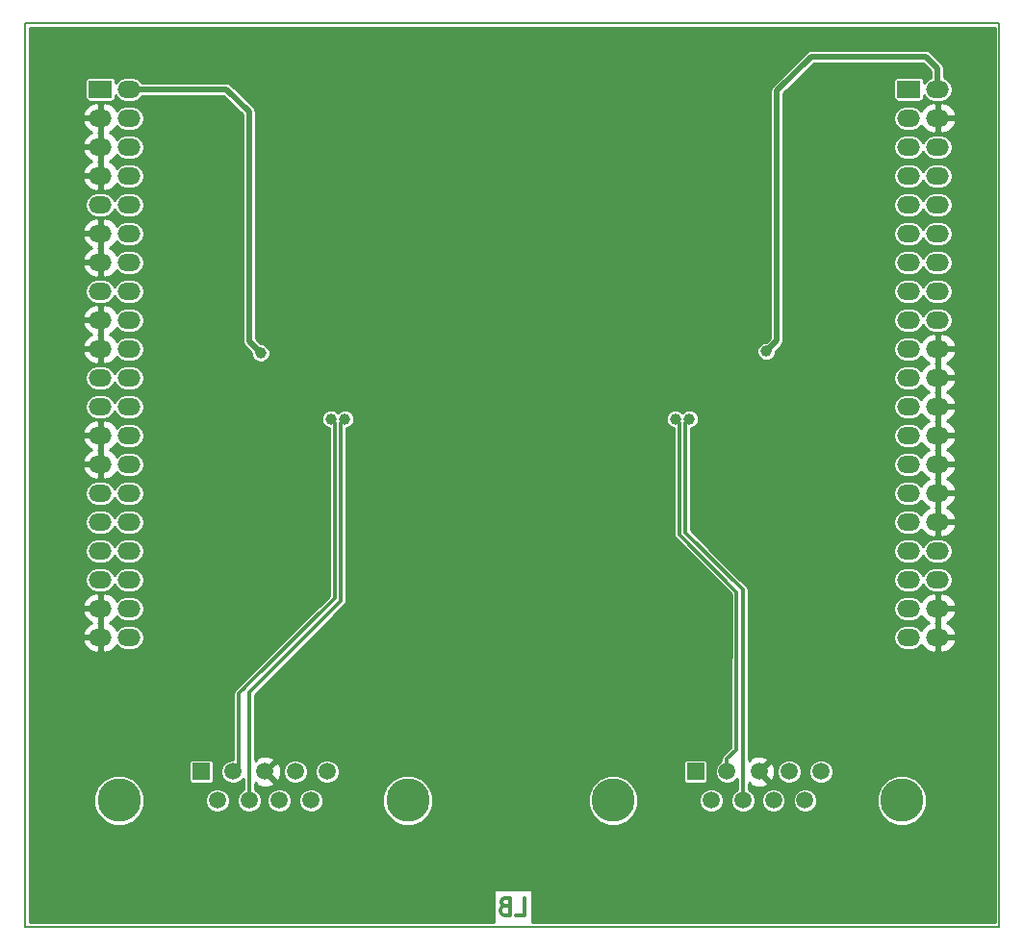
<source format=gbr>
G04 #@! TF.FileFunction,Copper,L2,Bot,Signal*
%FSLAX46Y46*%
G04 Gerber Fmt 4.6, Leading zero omitted, Abs format (unit mm)*
G04 Created by KiCad (PCBNEW 4.0.7-e2-6376~58~ubuntu16.04.1) date Thu Oct 11 01:20:23 2018*
%MOMM*%
%LPD*%
G01*
G04 APERTURE LIST*
%ADD10C,0.100000*%
%ADD11C,0.300000*%
%ADD12C,0.150000*%
%ADD13C,3.810000*%
%ADD14R,1.520000X1.520000*%
%ADD15C,1.520000*%
%ADD16R,2.000000X1.524000*%
%ADD17O,2.000000X1.524000*%
%ADD18C,1.000000*%
%ADD19C,0.508000*%
%ADD20C,0.304800*%
%ADD21C,0.355600*%
%ADD22C,0.254000*%
G04 APERTURE END LIST*
D10*
D11*
X108985714Y-132928571D02*
X109700000Y-132928571D01*
X109700000Y-131428571D01*
X107985714Y-132142857D02*
X107771428Y-132214286D01*
X107700000Y-132285714D01*
X107628571Y-132428571D01*
X107628571Y-132642857D01*
X107700000Y-132785714D01*
X107771428Y-132857143D01*
X107914286Y-132928571D01*
X108485714Y-132928571D01*
X108485714Y-131428571D01*
X107985714Y-131428571D01*
X107842857Y-131500000D01*
X107771428Y-131571429D01*
X107700000Y-131714286D01*
X107700000Y-131857143D01*
X107771428Y-132000000D01*
X107842857Y-132071429D01*
X107985714Y-132142857D01*
X108485714Y-132142857D01*
D12*
X151500000Y-133950000D02*
X65800000Y-133950000D01*
X65800000Y-133950000D02*
X65800000Y-54395000D01*
X151500000Y-54395000D02*
X151500000Y-133950000D01*
X65800000Y-54395000D02*
X151500000Y-54395000D01*
D13*
X117510000Y-122850000D03*
X142910000Y-122850000D03*
D14*
X124750000Y-120310000D03*
D15*
X127540000Y-120310000D03*
X130340000Y-120310000D03*
X133000000Y-120310000D03*
X135800000Y-120310000D03*
X134400000Y-122850000D03*
X131610000Y-122850000D03*
X128940000Y-122850000D03*
X126150000Y-122850000D03*
D13*
X74050000Y-122850000D03*
X99450000Y-122850000D03*
D14*
X81290000Y-120310000D03*
D15*
X84080000Y-120310000D03*
X86880000Y-120310000D03*
X89540000Y-120310000D03*
X92340000Y-120310000D03*
X90940000Y-122850000D03*
X88150000Y-122850000D03*
X85480000Y-122850000D03*
X82690000Y-122850000D03*
D16*
X143520000Y-60210000D03*
D17*
X146060000Y-60210000D03*
X143520000Y-72910000D03*
X146060000Y-62750000D03*
X143520000Y-75450000D03*
X146060000Y-65290000D03*
X143520000Y-77990000D03*
X146060000Y-67830000D03*
X143520000Y-80530000D03*
X146060000Y-70370000D03*
X143520000Y-83070000D03*
X146060000Y-72910000D03*
X143520000Y-85610000D03*
X146060000Y-75450000D03*
X143520000Y-88150000D03*
X146060000Y-77990000D03*
X143520000Y-90690000D03*
X146060000Y-80530000D03*
X143520000Y-93230000D03*
X146060000Y-83070000D03*
X143520000Y-95770000D03*
X146060000Y-85610000D03*
X143520000Y-98310000D03*
X146060000Y-88150000D03*
X146060000Y-90690000D03*
X143520000Y-100850000D03*
X146060000Y-93230000D03*
X146060000Y-98310000D03*
X146060000Y-100850000D03*
X146060000Y-103390000D03*
X146060000Y-105930000D03*
X143520000Y-103390000D03*
X143520000Y-105930000D03*
X143520000Y-62750000D03*
X143520000Y-65290000D03*
X143520000Y-67830000D03*
X143520000Y-70370000D03*
X143520000Y-108470000D03*
X146060000Y-108470000D03*
X146060000Y-95770000D03*
D16*
X72400000Y-60210000D03*
D17*
X74940000Y-60210000D03*
X72400000Y-62750000D03*
X74940000Y-62750000D03*
X72400000Y-65290000D03*
X74940000Y-65290000D03*
X72400000Y-67830000D03*
X74940000Y-67830000D03*
X72400000Y-70370000D03*
X74940000Y-70370000D03*
X72400000Y-72910000D03*
X74940000Y-72910000D03*
X72400000Y-75450000D03*
X74940000Y-75450000D03*
X72400000Y-77990000D03*
X74940000Y-77990000D03*
X72400000Y-80530000D03*
X74940000Y-80530000D03*
X72400000Y-83070000D03*
X74940000Y-83070000D03*
X72400000Y-85610000D03*
X74940000Y-85610000D03*
X72400000Y-88150000D03*
X74940000Y-88150000D03*
X72400000Y-90690000D03*
X74940000Y-90690000D03*
X72400000Y-93230000D03*
X74940000Y-93230000D03*
X72400000Y-95770000D03*
X74940000Y-95770000D03*
X72400000Y-98310000D03*
X74940000Y-98310000D03*
X72400000Y-100850000D03*
X74940000Y-100850000D03*
X72400000Y-103390000D03*
X74940000Y-103390000D03*
X72400000Y-105930000D03*
X74940000Y-105930000D03*
X72400000Y-108470000D03*
X74940000Y-108470000D03*
D18*
X130992884Y-83300000D03*
X124227000Y-89250000D03*
X122973000Y-89250000D03*
X93927000Y-89250000D03*
X92673000Y-89250000D03*
X86500000Y-83450000D03*
D19*
X130992884Y-83300000D02*
X131912387Y-82380497D01*
X131912387Y-82380497D02*
X131912387Y-82367461D01*
X131912387Y-82367461D02*
X131912387Y-60364552D01*
X131912387Y-60364552D02*
X134926939Y-57350000D01*
X134926939Y-57350000D02*
X145037007Y-57350000D01*
X145037007Y-57350000D02*
X146044650Y-58357643D01*
X146044650Y-58357643D02*
X146044650Y-60222851D01*
D20*
X128940000Y-122850000D02*
X128940000Y-119260000D01*
X128940000Y-119260000D02*
X128930000Y-119250000D01*
X128930000Y-119250000D02*
X128930000Y-104284870D01*
X128930000Y-104284870D02*
X123879399Y-99234269D01*
X123879399Y-99234269D02*
X123879399Y-89597601D01*
X123879399Y-89597601D02*
X124227000Y-89250000D01*
X128345790Y-118405344D02*
X128345790Y-116068799D01*
D21*
X127540000Y-120310000D02*
X127540000Y-119211134D01*
D20*
X127540000Y-119211134D02*
X128345790Y-118405344D01*
X128345790Y-116068799D02*
X128371201Y-104516331D01*
X123320601Y-99465727D02*
X123320601Y-89597601D01*
X128371201Y-104516331D02*
X123320601Y-99465727D01*
X123320601Y-89597601D02*
X122973000Y-89250000D01*
X93579399Y-105265729D02*
X85547961Y-113333090D01*
X85547961Y-113333090D02*
X85530000Y-113315130D01*
D21*
X85480000Y-122850000D02*
X85480000Y-113401051D01*
X85480000Y-113401051D02*
X85547961Y-113333090D01*
D20*
X93927000Y-89250000D02*
X93579399Y-89597601D01*
X93579399Y-89597601D02*
X93579399Y-105265729D01*
D21*
X84080000Y-120310000D02*
X84609036Y-119780964D01*
X84609036Y-119780964D02*
X84609036Y-113409897D01*
X84609036Y-113409897D02*
X85186901Y-112832032D01*
D20*
X93020601Y-105034269D02*
X85186901Y-112832032D01*
X85186901Y-112832032D02*
X84971201Y-113083669D01*
X92673000Y-89250000D02*
X93020601Y-89597601D01*
X93020601Y-89597601D02*
X93020601Y-105034269D01*
D19*
X74940000Y-60210000D02*
X83493657Y-60210000D01*
X83493657Y-60210000D02*
X85497097Y-62213440D01*
X85497097Y-62213440D02*
X85497097Y-82447097D01*
X85497097Y-82447097D02*
X86500000Y-83450000D01*
D22*
G36*
X151094800Y-133544800D02*
X110387343Y-133544800D01*
X110387343Y-130719800D01*
X107012657Y-130719800D01*
X107012657Y-133544800D01*
X66205200Y-133544800D01*
X66205200Y-123292658D01*
X71814413Y-123292658D01*
X72153985Y-124114485D01*
X72782208Y-124743805D01*
X73603441Y-125084811D01*
X74492658Y-125085587D01*
X75314485Y-124746015D01*
X75943805Y-124117792D01*
X76284811Y-123296559D01*
X76285012Y-123065903D01*
X81599611Y-123065903D01*
X81765235Y-123466742D01*
X82071645Y-123773687D01*
X82472194Y-123940010D01*
X82905903Y-123940389D01*
X83306742Y-123774765D01*
X83613687Y-123468355D01*
X83780010Y-123067806D01*
X83780389Y-122634097D01*
X83614765Y-122233258D01*
X83308355Y-121926313D01*
X82907806Y-121759990D01*
X82474097Y-121759611D01*
X82073258Y-121925235D01*
X81766313Y-122231645D01*
X81599990Y-122632194D01*
X81599611Y-123065903D01*
X76285012Y-123065903D01*
X76285587Y-122407342D01*
X75946015Y-121585515D01*
X75317792Y-120956195D01*
X74496559Y-120615189D01*
X73607342Y-120614413D01*
X72785515Y-120953985D01*
X72156195Y-121582208D01*
X71815189Y-122403441D01*
X71814413Y-123292658D01*
X66205200Y-123292658D01*
X66205200Y-119550000D01*
X80193331Y-119550000D01*
X80193331Y-121070000D01*
X80216356Y-121192365D01*
X80288673Y-121304749D01*
X80399017Y-121380144D01*
X80530000Y-121406669D01*
X82050000Y-121406669D01*
X82172365Y-121383644D01*
X82284749Y-121311327D01*
X82360144Y-121200983D01*
X82386669Y-121070000D01*
X82386669Y-120525903D01*
X82989611Y-120525903D01*
X83155235Y-120926742D01*
X83461645Y-121233687D01*
X83862194Y-121400010D01*
X84295903Y-121400389D01*
X84696742Y-121234765D01*
X84972000Y-120959987D01*
X84972000Y-121880304D01*
X84863258Y-121925235D01*
X84556313Y-122231645D01*
X84389990Y-122632194D01*
X84389611Y-123065903D01*
X84555235Y-123466742D01*
X84861645Y-123773687D01*
X85262194Y-123940010D01*
X85695903Y-123940389D01*
X86096742Y-123774765D01*
X86403687Y-123468355D01*
X86570010Y-123067806D01*
X86570011Y-123065903D01*
X87059611Y-123065903D01*
X87225235Y-123466742D01*
X87531645Y-123773687D01*
X87932194Y-123940010D01*
X88365903Y-123940389D01*
X88766742Y-123774765D01*
X89073687Y-123468355D01*
X89240010Y-123067806D01*
X89240011Y-123065903D01*
X89849611Y-123065903D01*
X90015235Y-123466742D01*
X90321645Y-123773687D01*
X90722194Y-123940010D01*
X91155903Y-123940389D01*
X91556742Y-123774765D01*
X91863687Y-123468355D01*
X91936642Y-123292658D01*
X97214413Y-123292658D01*
X97553985Y-124114485D01*
X98182208Y-124743805D01*
X99003441Y-125084811D01*
X99892658Y-125085587D01*
X100714485Y-124746015D01*
X101343805Y-124117792D01*
X101684811Y-123296559D01*
X101684814Y-123292658D01*
X115274413Y-123292658D01*
X115613985Y-124114485D01*
X116242208Y-124743805D01*
X117063441Y-125084811D01*
X117952658Y-125085587D01*
X118774485Y-124746015D01*
X119403805Y-124117792D01*
X119744811Y-123296559D01*
X119745012Y-123065903D01*
X125059611Y-123065903D01*
X125225235Y-123466742D01*
X125531645Y-123773687D01*
X125932194Y-123940010D01*
X126365903Y-123940389D01*
X126766742Y-123774765D01*
X127073687Y-123468355D01*
X127240010Y-123067806D01*
X127240389Y-122634097D01*
X127074765Y-122233258D01*
X126768355Y-121926313D01*
X126367806Y-121759990D01*
X125934097Y-121759611D01*
X125533258Y-121925235D01*
X125226313Y-122231645D01*
X125059990Y-122632194D01*
X125059611Y-123065903D01*
X119745012Y-123065903D01*
X119745587Y-122407342D01*
X119406015Y-121585515D01*
X118777792Y-120956195D01*
X117956559Y-120615189D01*
X117067342Y-120614413D01*
X116245515Y-120953985D01*
X115616195Y-121582208D01*
X115275189Y-122403441D01*
X115274413Y-123292658D01*
X101684814Y-123292658D01*
X101685587Y-122407342D01*
X101346015Y-121585515D01*
X100717792Y-120956195D01*
X99896559Y-120615189D01*
X99007342Y-120614413D01*
X98185515Y-120953985D01*
X97556195Y-121582208D01*
X97215189Y-122403441D01*
X97214413Y-123292658D01*
X91936642Y-123292658D01*
X92030010Y-123067806D01*
X92030389Y-122634097D01*
X91864765Y-122233258D01*
X91558355Y-121926313D01*
X91157806Y-121759990D01*
X90724097Y-121759611D01*
X90323258Y-121925235D01*
X90016313Y-122231645D01*
X89849990Y-122632194D01*
X89849611Y-123065903D01*
X89240011Y-123065903D01*
X89240389Y-122634097D01*
X89074765Y-122233258D01*
X88768355Y-121926313D01*
X88367806Y-121759990D01*
X87934097Y-121759611D01*
X87533258Y-121925235D01*
X87226313Y-122231645D01*
X87059990Y-122632194D01*
X87059611Y-123065903D01*
X86570011Y-123065903D01*
X86570389Y-122634097D01*
X86404765Y-122233258D01*
X86098355Y-121926313D01*
X85988000Y-121880489D01*
X85988000Y-121381608D01*
X86080842Y-121288766D01*
X86150059Y-121530742D01*
X86672780Y-121717155D01*
X87227049Y-121689341D01*
X87609941Y-121530742D01*
X87679159Y-121288764D01*
X86880000Y-120489605D01*
X86865858Y-120503748D01*
X86686253Y-120324143D01*
X86700395Y-120310000D01*
X87059605Y-120310000D01*
X87858764Y-121109159D01*
X88100742Y-121039941D01*
X88284058Y-120525903D01*
X88449611Y-120525903D01*
X88615235Y-120926742D01*
X88921645Y-121233687D01*
X89322194Y-121400010D01*
X89755903Y-121400389D01*
X90156742Y-121234765D01*
X90463687Y-120928355D01*
X90630010Y-120527806D01*
X90630011Y-120525903D01*
X91249611Y-120525903D01*
X91415235Y-120926742D01*
X91721645Y-121233687D01*
X92122194Y-121400010D01*
X92555903Y-121400389D01*
X92956742Y-121234765D01*
X93263687Y-120928355D01*
X93430010Y-120527806D01*
X93430389Y-120094097D01*
X93264765Y-119693258D01*
X93121757Y-119550000D01*
X123653331Y-119550000D01*
X123653331Y-121070000D01*
X123676356Y-121192365D01*
X123748673Y-121304749D01*
X123859017Y-121380144D01*
X123990000Y-121406669D01*
X125510000Y-121406669D01*
X125632365Y-121383644D01*
X125744749Y-121311327D01*
X125820144Y-121200983D01*
X125846669Y-121070000D01*
X125846669Y-119550000D01*
X125823644Y-119427635D01*
X125751327Y-119315251D01*
X125640983Y-119239856D01*
X125510000Y-119213331D01*
X123990000Y-119213331D01*
X123867635Y-119236356D01*
X123755251Y-119308673D01*
X123679856Y-119419017D01*
X123653331Y-119550000D01*
X93121757Y-119550000D01*
X92958355Y-119386313D01*
X92557806Y-119219990D01*
X92124097Y-119219611D01*
X91723258Y-119385235D01*
X91416313Y-119691645D01*
X91249990Y-120092194D01*
X91249611Y-120525903D01*
X90630011Y-120525903D01*
X90630389Y-120094097D01*
X90464765Y-119693258D01*
X90158355Y-119386313D01*
X89757806Y-119219990D01*
X89324097Y-119219611D01*
X88923258Y-119385235D01*
X88616313Y-119691645D01*
X88449990Y-120092194D01*
X88449611Y-120525903D01*
X88284058Y-120525903D01*
X88287155Y-120517220D01*
X88259341Y-119962951D01*
X88100742Y-119580059D01*
X87858764Y-119510841D01*
X87059605Y-120310000D01*
X86700395Y-120310000D01*
X86686253Y-120295858D01*
X86865858Y-120116253D01*
X86880000Y-120130395D01*
X87679159Y-119331236D01*
X87609941Y-119089258D01*
X87087220Y-118902845D01*
X86532951Y-118930659D01*
X86150059Y-119089258D01*
X86080842Y-119331234D01*
X85988000Y-119238392D01*
X85988000Y-113575110D01*
X93921409Y-105606217D01*
X93973233Y-105528280D01*
X94025263Y-105450412D01*
X94025370Y-105449874D01*
X94025674Y-105449417D01*
X94043745Y-105357498D01*
X94061999Y-105265729D01*
X94061999Y-90080318D01*
X94091413Y-90080344D01*
X94396656Y-89954220D01*
X94630399Y-89720885D01*
X94757056Y-89415862D01*
X94757057Y-89414413D01*
X122142656Y-89414413D01*
X122268780Y-89719656D01*
X122502115Y-89953399D01*
X122807138Y-90080056D01*
X122838001Y-90080083D01*
X122838001Y-99465727D01*
X122874737Y-99650410D01*
X122979351Y-99806977D01*
X127888161Y-104715791D01*
X127863191Y-116067737D01*
X127863296Y-116068269D01*
X127863190Y-116068799D01*
X127863190Y-118205444D01*
X127289042Y-118779592D01*
X127180790Y-118851924D01*
X127070669Y-119016731D01*
X127032000Y-119211134D01*
X127032000Y-119340304D01*
X126923258Y-119385235D01*
X126616313Y-119691645D01*
X126449990Y-120092194D01*
X126449611Y-120525903D01*
X126615235Y-120926742D01*
X126921645Y-121233687D01*
X127322194Y-121400010D01*
X127755903Y-121400389D01*
X128156742Y-121234765D01*
X128457400Y-120934631D01*
X128457400Y-121869808D01*
X128323258Y-121925235D01*
X128016313Y-122231645D01*
X127849990Y-122632194D01*
X127849611Y-123065903D01*
X128015235Y-123466742D01*
X128321645Y-123773687D01*
X128722194Y-123940010D01*
X129155903Y-123940389D01*
X129556742Y-123774765D01*
X129863687Y-123468355D01*
X130030010Y-123067806D01*
X130030011Y-123065903D01*
X130519611Y-123065903D01*
X130685235Y-123466742D01*
X130991645Y-123773687D01*
X131392194Y-123940010D01*
X131825903Y-123940389D01*
X132226742Y-123774765D01*
X132533687Y-123468355D01*
X132700010Y-123067806D01*
X132700011Y-123065903D01*
X133309611Y-123065903D01*
X133475235Y-123466742D01*
X133781645Y-123773687D01*
X134182194Y-123940010D01*
X134615903Y-123940389D01*
X135016742Y-123774765D01*
X135323687Y-123468355D01*
X135396642Y-123292658D01*
X140674413Y-123292658D01*
X141013985Y-124114485D01*
X141642208Y-124743805D01*
X142463441Y-125084811D01*
X143352658Y-125085587D01*
X144174485Y-124746015D01*
X144803805Y-124117792D01*
X145144811Y-123296559D01*
X145145587Y-122407342D01*
X144806015Y-121585515D01*
X144177792Y-120956195D01*
X143356559Y-120615189D01*
X142467342Y-120614413D01*
X141645515Y-120953985D01*
X141016195Y-121582208D01*
X140675189Y-122403441D01*
X140674413Y-123292658D01*
X135396642Y-123292658D01*
X135490010Y-123067806D01*
X135490389Y-122634097D01*
X135324765Y-122233258D01*
X135018355Y-121926313D01*
X134617806Y-121759990D01*
X134184097Y-121759611D01*
X133783258Y-121925235D01*
X133476313Y-122231645D01*
X133309990Y-122632194D01*
X133309611Y-123065903D01*
X132700011Y-123065903D01*
X132700389Y-122634097D01*
X132534765Y-122233258D01*
X132228355Y-121926313D01*
X131827806Y-121759990D01*
X131394097Y-121759611D01*
X130993258Y-121925235D01*
X130686313Y-122231645D01*
X130519990Y-122632194D01*
X130519611Y-123065903D01*
X130030011Y-123065903D01*
X130030389Y-122634097D01*
X129864765Y-122233258D01*
X129558355Y-121926313D01*
X129422600Y-121869942D01*
X129422600Y-121400560D01*
X129425824Y-121403784D01*
X129540842Y-121288766D01*
X129610059Y-121530742D01*
X130132780Y-121717155D01*
X130687049Y-121689341D01*
X131069941Y-121530742D01*
X131139159Y-121288764D01*
X130340000Y-120489605D01*
X130325858Y-120503748D01*
X130146253Y-120324143D01*
X130160395Y-120310000D01*
X130519605Y-120310000D01*
X131318764Y-121109159D01*
X131560742Y-121039941D01*
X131744058Y-120525903D01*
X131909611Y-120525903D01*
X132075235Y-120926742D01*
X132381645Y-121233687D01*
X132782194Y-121400010D01*
X133215903Y-121400389D01*
X133616742Y-121234765D01*
X133923687Y-120928355D01*
X134090010Y-120527806D01*
X134090011Y-120525903D01*
X134709611Y-120525903D01*
X134875235Y-120926742D01*
X135181645Y-121233687D01*
X135582194Y-121400010D01*
X136015903Y-121400389D01*
X136416742Y-121234765D01*
X136723687Y-120928355D01*
X136890010Y-120527806D01*
X136890389Y-120094097D01*
X136724765Y-119693258D01*
X136418355Y-119386313D01*
X136017806Y-119219990D01*
X135584097Y-119219611D01*
X135183258Y-119385235D01*
X134876313Y-119691645D01*
X134709990Y-120092194D01*
X134709611Y-120525903D01*
X134090011Y-120525903D01*
X134090389Y-120094097D01*
X133924765Y-119693258D01*
X133618355Y-119386313D01*
X133217806Y-119219990D01*
X132784097Y-119219611D01*
X132383258Y-119385235D01*
X132076313Y-119691645D01*
X131909990Y-120092194D01*
X131909611Y-120525903D01*
X131744058Y-120525903D01*
X131747155Y-120517220D01*
X131719341Y-119962951D01*
X131560742Y-119580059D01*
X131318764Y-119510841D01*
X130519605Y-120310000D01*
X130160395Y-120310000D01*
X130146253Y-120295858D01*
X130325858Y-120116253D01*
X130340000Y-120130395D01*
X131139159Y-119331236D01*
X131069941Y-119089258D01*
X130547220Y-118902845D01*
X129992951Y-118930659D01*
X129610059Y-119089258D01*
X129540842Y-119331234D01*
X129425824Y-119216216D01*
X129415871Y-119226169D01*
X129412600Y-119209727D01*
X129412600Y-105930000D01*
X142163740Y-105930000D01*
X142246879Y-106347967D01*
X142483638Y-106702302D01*
X142837973Y-106939061D01*
X143255940Y-107022200D01*
X143784060Y-107022200D01*
X144202027Y-106939061D01*
X144556362Y-106702302D01*
X144620110Y-106606896D01*
X144752980Y-106843892D01*
X145184086Y-107183422D01*
X145242972Y-107200000D01*
X145184086Y-107216578D01*
X144752980Y-107556108D01*
X144620110Y-107793104D01*
X144556362Y-107697698D01*
X144202027Y-107460939D01*
X143784060Y-107377800D01*
X143255940Y-107377800D01*
X142837973Y-107460939D01*
X142483638Y-107697698D01*
X142246879Y-108052033D01*
X142163740Y-108470000D01*
X142246879Y-108887967D01*
X142483638Y-109242302D01*
X142837973Y-109479061D01*
X143255940Y-109562200D01*
X143784060Y-109562200D01*
X144202027Y-109479061D01*
X144556362Y-109242302D01*
X144620110Y-109146896D01*
X144752980Y-109383892D01*
X145184086Y-109723422D01*
X145712308Y-109872130D01*
X145933000Y-109713277D01*
X145933000Y-108597000D01*
X146187000Y-108597000D01*
X146187000Y-109713277D01*
X146407692Y-109872130D01*
X146935914Y-109723422D01*
X147367020Y-109383892D01*
X147635377Y-108905230D01*
X147652220Y-108813070D01*
X147529720Y-108597000D01*
X146187000Y-108597000D01*
X145933000Y-108597000D01*
X145913000Y-108597000D01*
X145913000Y-108343000D01*
X145933000Y-108343000D01*
X145933000Y-107226723D01*
X145895874Y-107200000D01*
X145933000Y-107173277D01*
X145933000Y-106057000D01*
X146187000Y-106057000D01*
X146187000Y-107173277D01*
X146224126Y-107200000D01*
X146187000Y-107226723D01*
X146187000Y-108343000D01*
X147529720Y-108343000D01*
X147652220Y-108126930D01*
X147635377Y-108034770D01*
X147367020Y-107556108D01*
X146935914Y-107216578D01*
X146877028Y-107200000D01*
X146935914Y-107183422D01*
X147367020Y-106843892D01*
X147635377Y-106365230D01*
X147652220Y-106273070D01*
X147529720Y-106057000D01*
X146187000Y-106057000D01*
X145933000Y-106057000D01*
X145913000Y-106057000D01*
X145913000Y-105803000D01*
X145933000Y-105803000D01*
X145933000Y-104686723D01*
X146187000Y-104686723D01*
X146187000Y-105803000D01*
X147529720Y-105803000D01*
X147652220Y-105586930D01*
X147635377Y-105494770D01*
X147367020Y-105016108D01*
X146935914Y-104676578D01*
X146407692Y-104527870D01*
X146187000Y-104686723D01*
X145933000Y-104686723D01*
X145712308Y-104527870D01*
X145184086Y-104676578D01*
X144752980Y-105016108D01*
X144620110Y-105253104D01*
X144556362Y-105157698D01*
X144202027Y-104920939D01*
X143784060Y-104837800D01*
X143255940Y-104837800D01*
X142837973Y-104920939D01*
X142483638Y-105157698D01*
X142246879Y-105512033D01*
X142163740Y-105930000D01*
X129412600Y-105930000D01*
X129412600Y-104284870D01*
X129375864Y-104100187D01*
X129271250Y-103943620D01*
X129271247Y-103943618D01*
X128717630Y-103390000D01*
X142163740Y-103390000D01*
X142246879Y-103807967D01*
X142483638Y-104162302D01*
X142837973Y-104399061D01*
X143255940Y-104482200D01*
X143784060Y-104482200D01*
X144202027Y-104399061D01*
X144556362Y-104162302D01*
X144790000Y-103812638D01*
X145023638Y-104162302D01*
X145377973Y-104399061D01*
X145795940Y-104482200D01*
X146324060Y-104482200D01*
X146742027Y-104399061D01*
X147096362Y-104162302D01*
X147333121Y-103807967D01*
X147416260Y-103390000D01*
X147333121Y-102972033D01*
X147096362Y-102617698D01*
X146742027Y-102380939D01*
X146324060Y-102297800D01*
X145795940Y-102297800D01*
X145377973Y-102380939D01*
X145023638Y-102617698D01*
X144790000Y-102967362D01*
X144556362Y-102617698D01*
X144202027Y-102380939D01*
X143784060Y-102297800D01*
X143255940Y-102297800D01*
X142837973Y-102380939D01*
X142483638Y-102617698D01*
X142246879Y-102972033D01*
X142163740Y-103390000D01*
X128717630Y-103390000D01*
X126177630Y-100850000D01*
X142163740Y-100850000D01*
X142246879Y-101267967D01*
X142483638Y-101622302D01*
X142837973Y-101859061D01*
X143255940Y-101942200D01*
X143784060Y-101942200D01*
X144202027Y-101859061D01*
X144556362Y-101622302D01*
X144790000Y-101272638D01*
X145023638Y-101622302D01*
X145377973Y-101859061D01*
X145795940Y-101942200D01*
X146324060Y-101942200D01*
X146742027Y-101859061D01*
X147096362Y-101622302D01*
X147333121Y-101267967D01*
X147416260Y-100850000D01*
X147333121Y-100432033D01*
X147096362Y-100077698D01*
X146742027Y-99840939D01*
X146324060Y-99757800D01*
X145795940Y-99757800D01*
X145377973Y-99840939D01*
X145023638Y-100077698D01*
X144790000Y-100427362D01*
X144556362Y-100077698D01*
X144202027Y-99840939D01*
X143784060Y-99757800D01*
X143255940Y-99757800D01*
X142837973Y-99840939D01*
X142483638Y-100077698D01*
X142246879Y-100432033D01*
X142163740Y-100850000D01*
X126177630Y-100850000D01*
X124361999Y-99034369D01*
X124361999Y-90080318D01*
X124391413Y-90080344D01*
X124696656Y-89954220D01*
X124930399Y-89720885D01*
X125057056Y-89415862D01*
X125057344Y-89085587D01*
X124931220Y-88780344D01*
X124697885Y-88546601D01*
X124392862Y-88419944D01*
X124062587Y-88419656D01*
X123757344Y-88545780D01*
X123599930Y-88702919D01*
X123443885Y-88546601D01*
X123138862Y-88419944D01*
X122808587Y-88419656D01*
X122503344Y-88545780D01*
X122269601Y-88779115D01*
X122142944Y-89084138D01*
X122142656Y-89414413D01*
X94757057Y-89414413D01*
X94757344Y-89085587D01*
X94631220Y-88780344D01*
X94397885Y-88546601D01*
X94092862Y-88419944D01*
X93762587Y-88419656D01*
X93457344Y-88545780D01*
X93299930Y-88702919D01*
X93143885Y-88546601D01*
X92838862Y-88419944D01*
X92508587Y-88419656D01*
X92203344Y-88545780D01*
X91969601Y-88779115D01*
X91842944Y-89084138D01*
X91842656Y-89414413D01*
X91968780Y-89719656D01*
X92202115Y-89953399D01*
X92507138Y-90080056D01*
X92538001Y-90080083D01*
X92538001Y-104833719D01*
X84937208Y-112399644D01*
X84827691Y-112472821D01*
X84249826Y-113050687D01*
X84139705Y-113215494D01*
X84101036Y-113409897D01*
X84101036Y-119219818D01*
X83864097Y-119219611D01*
X83463258Y-119385235D01*
X83156313Y-119691645D01*
X82989990Y-120092194D01*
X82989611Y-120525903D01*
X82386669Y-120525903D01*
X82386669Y-119550000D01*
X82363644Y-119427635D01*
X82291327Y-119315251D01*
X82180983Y-119239856D01*
X82050000Y-119213331D01*
X80530000Y-119213331D01*
X80407635Y-119236356D01*
X80295251Y-119308673D01*
X80219856Y-119419017D01*
X80193331Y-119550000D01*
X66205200Y-119550000D01*
X66205200Y-108813070D01*
X70807780Y-108813070D01*
X70824623Y-108905230D01*
X71092980Y-109383892D01*
X71524086Y-109723422D01*
X72052308Y-109872130D01*
X72273000Y-109713277D01*
X72273000Y-108597000D01*
X70930280Y-108597000D01*
X70807780Y-108813070D01*
X66205200Y-108813070D01*
X66205200Y-106273070D01*
X70807780Y-106273070D01*
X70824623Y-106365230D01*
X71092980Y-106843892D01*
X71524086Y-107183422D01*
X71582972Y-107200000D01*
X71524086Y-107216578D01*
X71092980Y-107556108D01*
X70824623Y-108034770D01*
X70807780Y-108126930D01*
X70930280Y-108343000D01*
X72273000Y-108343000D01*
X72273000Y-107226723D01*
X72235874Y-107200000D01*
X72273000Y-107173277D01*
X72273000Y-106057000D01*
X70930280Y-106057000D01*
X70807780Y-106273070D01*
X66205200Y-106273070D01*
X66205200Y-105586930D01*
X70807780Y-105586930D01*
X70930280Y-105803000D01*
X72273000Y-105803000D01*
X72273000Y-104686723D01*
X72527000Y-104686723D01*
X72527000Y-105803000D01*
X72547000Y-105803000D01*
X72547000Y-106057000D01*
X72527000Y-106057000D01*
X72527000Y-107173277D01*
X72564126Y-107200000D01*
X72527000Y-107226723D01*
X72527000Y-108343000D01*
X72547000Y-108343000D01*
X72547000Y-108597000D01*
X72527000Y-108597000D01*
X72527000Y-109713277D01*
X72747692Y-109872130D01*
X73275914Y-109723422D01*
X73707020Y-109383892D01*
X73839890Y-109146896D01*
X73903638Y-109242302D01*
X74257973Y-109479061D01*
X74675940Y-109562200D01*
X75204060Y-109562200D01*
X75622027Y-109479061D01*
X75976362Y-109242302D01*
X76213121Y-108887967D01*
X76296260Y-108470000D01*
X76213121Y-108052033D01*
X75976362Y-107697698D01*
X75622027Y-107460939D01*
X75204060Y-107377800D01*
X74675940Y-107377800D01*
X74257973Y-107460939D01*
X73903638Y-107697698D01*
X73839890Y-107793104D01*
X73707020Y-107556108D01*
X73275914Y-107216578D01*
X73217028Y-107200000D01*
X73275914Y-107183422D01*
X73707020Y-106843892D01*
X73839890Y-106606896D01*
X73903638Y-106702302D01*
X74257973Y-106939061D01*
X74675940Y-107022200D01*
X75204060Y-107022200D01*
X75622027Y-106939061D01*
X75976362Y-106702302D01*
X76213121Y-106347967D01*
X76296260Y-105930000D01*
X76213121Y-105512033D01*
X75976362Y-105157698D01*
X75622027Y-104920939D01*
X75204060Y-104837800D01*
X74675940Y-104837800D01*
X74257973Y-104920939D01*
X73903638Y-105157698D01*
X73839890Y-105253104D01*
X73707020Y-105016108D01*
X73275914Y-104676578D01*
X72747692Y-104527870D01*
X72527000Y-104686723D01*
X72273000Y-104686723D01*
X72052308Y-104527870D01*
X71524086Y-104676578D01*
X71092980Y-105016108D01*
X70824623Y-105494770D01*
X70807780Y-105586930D01*
X66205200Y-105586930D01*
X66205200Y-103390000D01*
X71043740Y-103390000D01*
X71126879Y-103807967D01*
X71363638Y-104162302D01*
X71717973Y-104399061D01*
X72135940Y-104482200D01*
X72664060Y-104482200D01*
X73082027Y-104399061D01*
X73436362Y-104162302D01*
X73670000Y-103812638D01*
X73903638Y-104162302D01*
X74257973Y-104399061D01*
X74675940Y-104482200D01*
X75204060Y-104482200D01*
X75622027Y-104399061D01*
X75976362Y-104162302D01*
X76213121Y-103807967D01*
X76296260Y-103390000D01*
X76213121Y-102972033D01*
X75976362Y-102617698D01*
X75622027Y-102380939D01*
X75204060Y-102297800D01*
X74675940Y-102297800D01*
X74257973Y-102380939D01*
X73903638Y-102617698D01*
X73670000Y-102967362D01*
X73436362Y-102617698D01*
X73082027Y-102380939D01*
X72664060Y-102297800D01*
X72135940Y-102297800D01*
X71717973Y-102380939D01*
X71363638Y-102617698D01*
X71126879Y-102972033D01*
X71043740Y-103390000D01*
X66205200Y-103390000D01*
X66205200Y-100850000D01*
X71043740Y-100850000D01*
X71126879Y-101267967D01*
X71363638Y-101622302D01*
X71717973Y-101859061D01*
X72135940Y-101942200D01*
X72664060Y-101942200D01*
X73082027Y-101859061D01*
X73436362Y-101622302D01*
X73670000Y-101272638D01*
X73903638Y-101622302D01*
X74257973Y-101859061D01*
X74675940Y-101942200D01*
X75204060Y-101942200D01*
X75622027Y-101859061D01*
X75976362Y-101622302D01*
X76213121Y-101267967D01*
X76296260Y-100850000D01*
X76213121Y-100432033D01*
X75976362Y-100077698D01*
X75622027Y-99840939D01*
X75204060Y-99757800D01*
X74675940Y-99757800D01*
X74257973Y-99840939D01*
X73903638Y-100077698D01*
X73670000Y-100427362D01*
X73436362Y-100077698D01*
X73082027Y-99840939D01*
X72664060Y-99757800D01*
X72135940Y-99757800D01*
X71717973Y-99840939D01*
X71363638Y-100077698D01*
X71126879Y-100432033D01*
X71043740Y-100850000D01*
X66205200Y-100850000D01*
X66205200Y-98310000D01*
X71043740Y-98310000D01*
X71126879Y-98727967D01*
X71363638Y-99082302D01*
X71717973Y-99319061D01*
X72135940Y-99402200D01*
X72664060Y-99402200D01*
X73082027Y-99319061D01*
X73436362Y-99082302D01*
X73670000Y-98732638D01*
X73903638Y-99082302D01*
X74257973Y-99319061D01*
X74675940Y-99402200D01*
X75204060Y-99402200D01*
X75622027Y-99319061D01*
X75976362Y-99082302D01*
X76213121Y-98727967D01*
X76296260Y-98310000D01*
X76213121Y-97892033D01*
X75976362Y-97537698D01*
X75622027Y-97300939D01*
X75204060Y-97217800D01*
X74675940Y-97217800D01*
X74257973Y-97300939D01*
X73903638Y-97537698D01*
X73670000Y-97887362D01*
X73436362Y-97537698D01*
X73082027Y-97300939D01*
X72664060Y-97217800D01*
X72135940Y-97217800D01*
X71717973Y-97300939D01*
X71363638Y-97537698D01*
X71126879Y-97892033D01*
X71043740Y-98310000D01*
X66205200Y-98310000D01*
X66205200Y-95770000D01*
X71043740Y-95770000D01*
X71126879Y-96187967D01*
X71363638Y-96542302D01*
X71717973Y-96779061D01*
X72135940Y-96862200D01*
X72664060Y-96862200D01*
X73082027Y-96779061D01*
X73436362Y-96542302D01*
X73670000Y-96192638D01*
X73903638Y-96542302D01*
X74257973Y-96779061D01*
X74675940Y-96862200D01*
X75204060Y-96862200D01*
X75622027Y-96779061D01*
X75976362Y-96542302D01*
X76213121Y-96187967D01*
X76296260Y-95770000D01*
X76213121Y-95352033D01*
X75976362Y-94997698D01*
X75622027Y-94760939D01*
X75204060Y-94677800D01*
X74675940Y-94677800D01*
X74257973Y-94760939D01*
X73903638Y-94997698D01*
X73670000Y-95347362D01*
X73436362Y-94997698D01*
X73082027Y-94760939D01*
X72664060Y-94677800D01*
X72135940Y-94677800D01*
X71717973Y-94760939D01*
X71363638Y-94997698D01*
X71126879Y-95352033D01*
X71043740Y-95770000D01*
X66205200Y-95770000D01*
X66205200Y-93573070D01*
X70807780Y-93573070D01*
X70824623Y-93665230D01*
X71092980Y-94143892D01*
X71524086Y-94483422D01*
X72052308Y-94632130D01*
X72273000Y-94473277D01*
X72273000Y-93357000D01*
X70930280Y-93357000D01*
X70807780Y-93573070D01*
X66205200Y-93573070D01*
X66205200Y-91033070D01*
X70807780Y-91033070D01*
X70824623Y-91125230D01*
X71092980Y-91603892D01*
X71524086Y-91943422D01*
X71582972Y-91960000D01*
X71524086Y-91976578D01*
X71092980Y-92316108D01*
X70824623Y-92794770D01*
X70807780Y-92886930D01*
X70930280Y-93103000D01*
X72273000Y-93103000D01*
X72273000Y-91986723D01*
X72235874Y-91960000D01*
X72273000Y-91933277D01*
X72273000Y-90817000D01*
X70930280Y-90817000D01*
X70807780Y-91033070D01*
X66205200Y-91033070D01*
X66205200Y-90346930D01*
X70807780Y-90346930D01*
X70930280Y-90563000D01*
X72273000Y-90563000D01*
X72273000Y-89446723D01*
X72527000Y-89446723D01*
X72527000Y-90563000D01*
X72547000Y-90563000D01*
X72547000Y-90817000D01*
X72527000Y-90817000D01*
X72527000Y-91933277D01*
X72564126Y-91960000D01*
X72527000Y-91986723D01*
X72527000Y-93103000D01*
X72547000Y-93103000D01*
X72547000Y-93357000D01*
X72527000Y-93357000D01*
X72527000Y-94473277D01*
X72747692Y-94632130D01*
X73275914Y-94483422D01*
X73707020Y-94143892D01*
X73839890Y-93906896D01*
X73903638Y-94002302D01*
X74257973Y-94239061D01*
X74675940Y-94322200D01*
X75204060Y-94322200D01*
X75622027Y-94239061D01*
X75976362Y-94002302D01*
X76213121Y-93647967D01*
X76296260Y-93230000D01*
X76213121Y-92812033D01*
X75976362Y-92457698D01*
X75622027Y-92220939D01*
X75204060Y-92137800D01*
X74675940Y-92137800D01*
X74257973Y-92220939D01*
X73903638Y-92457698D01*
X73839890Y-92553104D01*
X73707020Y-92316108D01*
X73275914Y-91976578D01*
X73217028Y-91960000D01*
X73275914Y-91943422D01*
X73707020Y-91603892D01*
X73839890Y-91366896D01*
X73903638Y-91462302D01*
X74257973Y-91699061D01*
X74675940Y-91782200D01*
X75204060Y-91782200D01*
X75622027Y-91699061D01*
X75976362Y-91462302D01*
X76213121Y-91107967D01*
X76296260Y-90690000D01*
X76213121Y-90272033D01*
X75976362Y-89917698D01*
X75622027Y-89680939D01*
X75204060Y-89597800D01*
X74675940Y-89597800D01*
X74257973Y-89680939D01*
X73903638Y-89917698D01*
X73839890Y-90013104D01*
X73707020Y-89776108D01*
X73275914Y-89436578D01*
X72747692Y-89287870D01*
X72527000Y-89446723D01*
X72273000Y-89446723D01*
X72052308Y-89287870D01*
X71524086Y-89436578D01*
X71092980Y-89776108D01*
X70824623Y-90254770D01*
X70807780Y-90346930D01*
X66205200Y-90346930D01*
X66205200Y-88150000D01*
X71043740Y-88150000D01*
X71126879Y-88567967D01*
X71363638Y-88922302D01*
X71717973Y-89159061D01*
X72135940Y-89242200D01*
X72664060Y-89242200D01*
X73082027Y-89159061D01*
X73436362Y-88922302D01*
X73670000Y-88572638D01*
X73903638Y-88922302D01*
X74257973Y-89159061D01*
X74675940Y-89242200D01*
X75204060Y-89242200D01*
X75622027Y-89159061D01*
X75976362Y-88922302D01*
X76213121Y-88567967D01*
X76296260Y-88150000D01*
X76213121Y-87732033D01*
X75976362Y-87377698D01*
X75622027Y-87140939D01*
X75204060Y-87057800D01*
X74675940Y-87057800D01*
X74257973Y-87140939D01*
X73903638Y-87377698D01*
X73670000Y-87727362D01*
X73436362Y-87377698D01*
X73082027Y-87140939D01*
X72664060Y-87057800D01*
X72135940Y-87057800D01*
X71717973Y-87140939D01*
X71363638Y-87377698D01*
X71126879Y-87732033D01*
X71043740Y-88150000D01*
X66205200Y-88150000D01*
X66205200Y-85610000D01*
X71043740Y-85610000D01*
X71126879Y-86027967D01*
X71363638Y-86382302D01*
X71717973Y-86619061D01*
X72135940Y-86702200D01*
X72664060Y-86702200D01*
X73082027Y-86619061D01*
X73436362Y-86382302D01*
X73670000Y-86032638D01*
X73903638Y-86382302D01*
X74257973Y-86619061D01*
X74675940Y-86702200D01*
X75204060Y-86702200D01*
X75622027Y-86619061D01*
X75976362Y-86382302D01*
X76213121Y-86027967D01*
X76296260Y-85610000D01*
X76213121Y-85192033D01*
X75976362Y-84837698D01*
X75622027Y-84600939D01*
X75204060Y-84517800D01*
X74675940Y-84517800D01*
X74257973Y-84600939D01*
X73903638Y-84837698D01*
X73670000Y-85187362D01*
X73436362Y-84837698D01*
X73082027Y-84600939D01*
X72664060Y-84517800D01*
X72135940Y-84517800D01*
X71717973Y-84600939D01*
X71363638Y-84837698D01*
X71126879Y-85192033D01*
X71043740Y-85610000D01*
X66205200Y-85610000D01*
X66205200Y-83413070D01*
X70807780Y-83413070D01*
X70824623Y-83505230D01*
X71092980Y-83983892D01*
X71524086Y-84323422D01*
X72052308Y-84472130D01*
X72273000Y-84313277D01*
X72273000Y-83197000D01*
X70930280Y-83197000D01*
X70807780Y-83413070D01*
X66205200Y-83413070D01*
X66205200Y-80873070D01*
X70807780Y-80873070D01*
X70824623Y-80965230D01*
X71092980Y-81443892D01*
X71524086Y-81783422D01*
X71582972Y-81800000D01*
X71524086Y-81816578D01*
X71092980Y-82156108D01*
X70824623Y-82634770D01*
X70807780Y-82726930D01*
X70930280Y-82943000D01*
X72273000Y-82943000D01*
X72273000Y-81826723D01*
X72235874Y-81800000D01*
X72273000Y-81773277D01*
X72273000Y-80657000D01*
X70930280Y-80657000D01*
X70807780Y-80873070D01*
X66205200Y-80873070D01*
X66205200Y-80186930D01*
X70807780Y-80186930D01*
X70930280Y-80403000D01*
X72273000Y-80403000D01*
X72273000Y-79286723D01*
X72527000Y-79286723D01*
X72527000Y-80403000D01*
X72547000Y-80403000D01*
X72547000Y-80657000D01*
X72527000Y-80657000D01*
X72527000Y-81773277D01*
X72564126Y-81800000D01*
X72527000Y-81826723D01*
X72527000Y-82943000D01*
X72547000Y-82943000D01*
X72547000Y-83197000D01*
X72527000Y-83197000D01*
X72527000Y-84313277D01*
X72747692Y-84472130D01*
X73275914Y-84323422D01*
X73707020Y-83983892D01*
X73839890Y-83746896D01*
X73903638Y-83842302D01*
X74257973Y-84079061D01*
X74675940Y-84162200D01*
X75204060Y-84162200D01*
X75622027Y-84079061D01*
X75976362Y-83842302D01*
X76213121Y-83487967D01*
X76296260Y-83070000D01*
X76213121Y-82652033D01*
X75976362Y-82297698D01*
X75622027Y-82060939D01*
X75204060Y-81977800D01*
X74675940Y-81977800D01*
X74257973Y-82060939D01*
X73903638Y-82297698D01*
X73839890Y-82393104D01*
X73707020Y-82156108D01*
X73275914Y-81816578D01*
X73217028Y-81800000D01*
X73275914Y-81783422D01*
X73707020Y-81443892D01*
X73839890Y-81206896D01*
X73903638Y-81302302D01*
X74257973Y-81539061D01*
X74675940Y-81622200D01*
X75204060Y-81622200D01*
X75622027Y-81539061D01*
X75976362Y-81302302D01*
X76213121Y-80947967D01*
X76296260Y-80530000D01*
X76213121Y-80112033D01*
X75976362Y-79757698D01*
X75622027Y-79520939D01*
X75204060Y-79437800D01*
X74675940Y-79437800D01*
X74257973Y-79520939D01*
X73903638Y-79757698D01*
X73839890Y-79853104D01*
X73707020Y-79616108D01*
X73275914Y-79276578D01*
X72747692Y-79127870D01*
X72527000Y-79286723D01*
X72273000Y-79286723D01*
X72052308Y-79127870D01*
X71524086Y-79276578D01*
X71092980Y-79616108D01*
X70824623Y-80094770D01*
X70807780Y-80186930D01*
X66205200Y-80186930D01*
X66205200Y-77990000D01*
X71043740Y-77990000D01*
X71126879Y-78407967D01*
X71363638Y-78762302D01*
X71717973Y-78999061D01*
X72135940Y-79082200D01*
X72664060Y-79082200D01*
X73082027Y-78999061D01*
X73436362Y-78762302D01*
X73670000Y-78412638D01*
X73903638Y-78762302D01*
X74257973Y-78999061D01*
X74675940Y-79082200D01*
X75204060Y-79082200D01*
X75622027Y-78999061D01*
X75976362Y-78762302D01*
X76213121Y-78407967D01*
X76296260Y-77990000D01*
X76213121Y-77572033D01*
X75976362Y-77217698D01*
X75622027Y-76980939D01*
X75204060Y-76897800D01*
X74675940Y-76897800D01*
X74257973Y-76980939D01*
X73903638Y-77217698D01*
X73670000Y-77567362D01*
X73436362Y-77217698D01*
X73082027Y-76980939D01*
X72664060Y-76897800D01*
X72135940Y-76897800D01*
X71717973Y-76980939D01*
X71363638Y-77217698D01*
X71126879Y-77572033D01*
X71043740Y-77990000D01*
X66205200Y-77990000D01*
X66205200Y-75793070D01*
X70807780Y-75793070D01*
X70824623Y-75885230D01*
X71092980Y-76363892D01*
X71524086Y-76703422D01*
X72052308Y-76852130D01*
X72273000Y-76693277D01*
X72273000Y-75577000D01*
X70930280Y-75577000D01*
X70807780Y-75793070D01*
X66205200Y-75793070D01*
X66205200Y-73253070D01*
X70807780Y-73253070D01*
X70824623Y-73345230D01*
X71092980Y-73823892D01*
X71524086Y-74163422D01*
X71582972Y-74180000D01*
X71524086Y-74196578D01*
X71092980Y-74536108D01*
X70824623Y-75014770D01*
X70807780Y-75106930D01*
X70930280Y-75323000D01*
X72273000Y-75323000D01*
X72273000Y-74206723D01*
X72235874Y-74180000D01*
X72273000Y-74153277D01*
X72273000Y-73037000D01*
X70930280Y-73037000D01*
X70807780Y-73253070D01*
X66205200Y-73253070D01*
X66205200Y-72566930D01*
X70807780Y-72566930D01*
X70930280Y-72783000D01*
X72273000Y-72783000D01*
X72273000Y-71666723D01*
X72527000Y-71666723D01*
X72527000Y-72783000D01*
X72547000Y-72783000D01*
X72547000Y-73037000D01*
X72527000Y-73037000D01*
X72527000Y-74153277D01*
X72564126Y-74180000D01*
X72527000Y-74206723D01*
X72527000Y-75323000D01*
X72547000Y-75323000D01*
X72547000Y-75577000D01*
X72527000Y-75577000D01*
X72527000Y-76693277D01*
X72747692Y-76852130D01*
X73275914Y-76703422D01*
X73707020Y-76363892D01*
X73839890Y-76126896D01*
X73903638Y-76222302D01*
X74257973Y-76459061D01*
X74675940Y-76542200D01*
X75204060Y-76542200D01*
X75622027Y-76459061D01*
X75976362Y-76222302D01*
X76213121Y-75867967D01*
X76296260Y-75450000D01*
X76213121Y-75032033D01*
X75976362Y-74677698D01*
X75622027Y-74440939D01*
X75204060Y-74357800D01*
X74675940Y-74357800D01*
X74257973Y-74440939D01*
X73903638Y-74677698D01*
X73839890Y-74773104D01*
X73707020Y-74536108D01*
X73275914Y-74196578D01*
X73217028Y-74180000D01*
X73275914Y-74163422D01*
X73707020Y-73823892D01*
X73839890Y-73586896D01*
X73903638Y-73682302D01*
X74257973Y-73919061D01*
X74675940Y-74002200D01*
X75204060Y-74002200D01*
X75622027Y-73919061D01*
X75976362Y-73682302D01*
X76213121Y-73327967D01*
X76296260Y-72910000D01*
X76213121Y-72492033D01*
X75976362Y-72137698D01*
X75622027Y-71900939D01*
X75204060Y-71817800D01*
X74675940Y-71817800D01*
X74257973Y-71900939D01*
X73903638Y-72137698D01*
X73839890Y-72233104D01*
X73707020Y-71996108D01*
X73275914Y-71656578D01*
X72747692Y-71507870D01*
X72527000Y-71666723D01*
X72273000Y-71666723D01*
X72052308Y-71507870D01*
X71524086Y-71656578D01*
X71092980Y-71996108D01*
X70824623Y-72474770D01*
X70807780Y-72566930D01*
X66205200Y-72566930D01*
X66205200Y-70370000D01*
X71043740Y-70370000D01*
X71126879Y-70787967D01*
X71363638Y-71142302D01*
X71717973Y-71379061D01*
X72135940Y-71462200D01*
X72664060Y-71462200D01*
X73082027Y-71379061D01*
X73436362Y-71142302D01*
X73670000Y-70792638D01*
X73903638Y-71142302D01*
X74257973Y-71379061D01*
X74675940Y-71462200D01*
X75204060Y-71462200D01*
X75622027Y-71379061D01*
X75976362Y-71142302D01*
X76213121Y-70787967D01*
X76296260Y-70370000D01*
X76213121Y-69952033D01*
X75976362Y-69597698D01*
X75622027Y-69360939D01*
X75204060Y-69277800D01*
X74675940Y-69277800D01*
X74257973Y-69360939D01*
X73903638Y-69597698D01*
X73670000Y-69947362D01*
X73436362Y-69597698D01*
X73082027Y-69360939D01*
X72664060Y-69277800D01*
X72135940Y-69277800D01*
X71717973Y-69360939D01*
X71363638Y-69597698D01*
X71126879Y-69952033D01*
X71043740Y-70370000D01*
X66205200Y-70370000D01*
X66205200Y-68173070D01*
X70807780Y-68173070D01*
X70824623Y-68265230D01*
X71092980Y-68743892D01*
X71524086Y-69083422D01*
X72052308Y-69232130D01*
X72273000Y-69073277D01*
X72273000Y-67957000D01*
X70930280Y-67957000D01*
X70807780Y-68173070D01*
X66205200Y-68173070D01*
X66205200Y-65633070D01*
X70807780Y-65633070D01*
X70824623Y-65725230D01*
X71092980Y-66203892D01*
X71524086Y-66543422D01*
X71582972Y-66560000D01*
X71524086Y-66576578D01*
X71092980Y-66916108D01*
X70824623Y-67394770D01*
X70807780Y-67486930D01*
X70930280Y-67703000D01*
X72273000Y-67703000D01*
X72273000Y-66586723D01*
X72235874Y-66560000D01*
X72273000Y-66533277D01*
X72273000Y-65417000D01*
X70930280Y-65417000D01*
X70807780Y-65633070D01*
X66205200Y-65633070D01*
X66205200Y-63093070D01*
X70807780Y-63093070D01*
X70824623Y-63185230D01*
X71092980Y-63663892D01*
X71524086Y-64003422D01*
X71582972Y-64020000D01*
X71524086Y-64036578D01*
X71092980Y-64376108D01*
X70824623Y-64854770D01*
X70807780Y-64946930D01*
X70930280Y-65163000D01*
X72273000Y-65163000D01*
X72273000Y-64046723D01*
X72235874Y-64020000D01*
X72273000Y-63993277D01*
X72273000Y-62877000D01*
X70930280Y-62877000D01*
X70807780Y-63093070D01*
X66205200Y-63093070D01*
X66205200Y-62406930D01*
X70807780Y-62406930D01*
X70930280Y-62623000D01*
X72273000Y-62623000D01*
X72273000Y-61506723D01*
X72527000Y-61506723D01*
X72527000Y-62623000D01*
X72547000Y-62623000D01*
X72547000Y-62877000D01*
X72527000Y-62877000D01*
X72527000Y-63993277D01*
X72564126Y-64020000D01*
X72527000Y-64046723D01*
X72527000Y-65163000D01*
X72547000Y-65163000D01*
X72547000Y-65417000D01*
X72527000Y-65417000D01*
X72527000Y-66533277D01*
X72564126Y-66560000D01*
X72527000Y-66586723D01*
X72527000Y-67703000D01*
X72547000Y-67703000D01*
X72547000Y-67957000D01*
X72527000Y-67957000D01*
X72527000Y-69073277D01*
X72747692Y-69232130D01*
X73275914Y-69083422D01*
X73707020Y-68743892D01*
X73839890Y-68506896D01*
X73903638Y-68602302D01*
X74257973Y-68839061D01*
X74675940Y-68922200D01*
X75204060Y-68922200D01*
X75622027Y-68839061D01*
X75976362Y-68602302D01*
X76213121Y-68247967D01*
X76296260Y-67830000D01*
X76213121Y-67412033D01*
X75976362Y-67057698D01*
X75622027Y-66820939D01*
X75204060Y-66737800D01*
X74675940Y-66737800D01*
X74257973Y-66820939D01*
X73903638Y-67057698D01*
X73839890Y-67153104D01*
X73707020Y-66916108D01*
X73275914Y-66576578D01*
X73217028Y-66560000D01*
X73275914Y-66543422D01*
X73707020Y-66203892D01*
X73839890Y-65966896D01*
X73903638Y-66062302D01*
X74257973Y-66299061D01*
X74675940Y-66382200D01*
X75204060Y-66382200D01*
X75622027Y-66299061D01*
X75976362Y-66062302D01*
X76213121Y-65707967D01*
X76296260Y-65290000D01*
X76213121Y-64872033D01*
X75976362Y-64517698D01*
X75622027Y-64280939D01*
X75204060Y-64197800D01*
X74675940Y-64197800D01*
X74257973Y-64280939D01*
X73903638Y-64517698D01*
X73839890Y-64613104D01*
X73707020Y-64376108D01*
X73275914Y-64036578D01*
X73217028Y-64020000D01*
X73275914Y-64003422D01*
X73707020Y-63663892D01*
X73839890Y-63426896D01*
X73903638Y-63522302D01*
X74257973Y-63759061D01*
X74675940Y-63842200D01*
X75204060Y-63842200D01*
X75622027Y-63759061D01*
X75976362Y-63522302D01*
X76213121Y-63167967D01*
X76296260Y-62750000D01*
X76213121Y-62332033D01*
X75976362Y-61977698D01*
X75622027Y-61740939D01*
X75204060Y-61657800D01*
X74675940Y-61657800D01*
X74257973Y-61740939D01*
X73903638Y-61977698D01*
X73839890Y-62073104D01*
X73707020Y-61836108D01*
X73275914Y-61496578D01*
X72747692Y-61347870D01*
X72527000Y-61506723D01*
X72273000Y-61506723D01*
X72052308Y-61347870D01*
X71524086Y-61496578D01*
X71092980Y-61836108D01*
X70824623Y-62314770D01*
X70807780Y-62406930D01*
X66205200Y-62406930D01*
X66205200Y-59448000D01*
X71063331Y-59448000D01*
X71063331Y-60972000D01*
X71086356Y-61094365D01*
X71158673Y-61206749D01*
X71269017Y-61282144D01*
X71400000Y-61308669D01*
X73400000Y-61308669D01*
X73522365Y-61285644D01*
X73634749Y-61213327D01*
X73710144Y-61102983D01*
X73736669Y-60972000D01*
X73736669Y-60732415D01*
X73903638Y-60982302D01*
X74257973Y-61219061D01*
X74675940Y-61302200D01*
X75204060Y-61302200D01*
X75622027Y-61219061D01*
X75976362Y-60982302D01*
X76102048Y-60794200D01*
X83251673Y-60794200D01*
X84912897Y-62455424D01*
X84912897Y-82447097D01*
X84957367Y-82670661D01*
X85063242Y-82829115D01*
X85084005Y-82860189D01*
X85669803Y-83445987D01*
X85669656Y-83614413D01*
X85795780Y-83919656D01*
X86029115Y-84153399D01*
X86334138Y-84280056D01*
X86664413Y-84280344D01*
X86969656Y-84154220D01*
X87203399Y-83920885D01*
X87330056Y-83615862D01*
X87330188Y-83464413D01*
X130162540Y-83464413D01*
X130288664Y-83769656D01*
X130521999Y-84003399D01*
X130827022Y-84130056D01*
X131157297Y-84130344D01*
X131462540Y-84004220D01*
X131696283Y-83770885D01*
X131822940Y-83465862D01*
X131823088Y-83295980D01*
X132049068Y-83070000D01*
X142163740Y-83070000D01*
X142246879Y-83487967D01*
X142483638Y-83842302D01*
X142837973Y-84079061D01*
X143255940Y-84162200D01*
X143784060Y-84162200D01*
X144202027Y-84079061D01*
X144556362Y-83842302D01*
X144620110Y-83746896D01*
X144752980Y-83983892D01*
X145184086Y-84323422D01*
X145242972Y-84340000D01*
X145184086Y-84356578D01*
X144752980Y-84696108D01*
X144620110Y-84933104D01*
X144556362Y-84837698D01*
X144202027Y-84600939D01*
X143784060Y-84517800D01*
X143255940Y-84517800D01*
X142837973Y-84600939D01*
X142483638Y-84837698D01*
X142246879Y-85192033D01*
X142163740Y-85610000D01*
X142246879Y-86027967D01*
X142483638Y-86382302D01*
X142837973Y-86619061D01*
X143255940Y-86702200D01*
X143784060Y-86702200D01*
X144202027Y-86619061D01*
X144556362Y-86382302D01*
X144620110Y-86286896D01*
X144752980Y-86523892D01*
X145184086Y-86863422D01*
X145242972Y-86880000D01*
X145184086Y-86896578D01*
X144752980Y-87236108D01*
X144620110Y-87473104D01*
X144556362Y-87377698D01*
X144202027Y-87140939D01*
X143784060Y-87057800D01*
X143255940Y-87057800D01*
X142837973Y-87140939D01*
X142483638Y-87377698D01*
X142246879Y-87732033D01*
X142163740Y-88150000D01*
X142246879Y-88567967D01*
X142483638Y-88922302D01*
X142837973Y-89159061D01*
X143255940Y-89242200D01*
X143784060Y-89242200D01*
X144202027Y-89159061D01*
X144556362Y-88922302D01*
X144620110Y-88826896D01*
X144752980Y-89063892D01*
X145184086Y-89403422D01*
X145242972Y-89420000D01*
X145184086Y-89436578D01*
X144752980Y-89776108D01*
X144620110Y-90013104D01*
X144556362Y-89917698D01*
X144202027Y-89680939D01*
X143784060Y-89597800D01*
X143255940Y-89597800D01*
X142837973Y-89680939D01*
X142483638Y-89917698D01*
X142246879Y-90272033D01*
X142163740Y-90690000D01*
X142246879Y-91107967D01*
X142483638Y-91462302D01*
X142837973Y-91699061D01*
X143255940Y-91782200D01*
X143784060Y-91782200D01*
X144202027Y-91699061D01*
X144556362Y-91462302D01*
X144620110Y-91366896D01*
X144752980Y-91603892D01*
X145184086Y-91943422D01*
X145242972Y-91960000D01*
X145184086Y-91976578D01*
X144752980Y-92316108D01*
X144620110Y-92553104D01*
X144556362Y-92457698D01*
X144202027Y-92220939D01*
X143784060Y-92137800D01*
X143255940Y-92137800D01*
X142837973Y-92220939D01*
X142483638Y-92457698D01*
X142246879Y-92812033D01*
X142163740Y-93230000D01*
X142246879Y-93647967D01*
X142483638Y-94002302D01*
X142837973Y-94239061D01*
X143255940Y-94322200D01*
X143784060Y-94322200D01*
X144202027Y-94239061D01*
X144556362Y-94002302D01*
X144620110Y-93906896D01*
X144752980Y-94143892D01*
X145184086Y-94483422D01*
X145242972Y-94500000D01*
X145184086Y-94516578D01*
X144752980Y-94856108D01*
X144620110Y-95093104D01*
X144556362Y-94997698D01*
X144202027Y-94760939D01*
X143784060Y-94677800D01*
X143255940Y-94677800D01*
X142837973Y-94760939D01*
X142483638Y-94997698D01*
X142246879Y-95352033D01*
X142163740Y-95770000D01*
X142246879Y-96187967D01*
X142483638Y-96542302D01*
X142837973Y-96779061D01*
X143255940Y-96862200D01*
X143784060Y-96862200D01*
X144202027Y-96779061D01*
X144556362Y-96542302D01*
X144620110Y-96446896D01*
X144752980Y-96683892D01*
X145184086Y-97023422D01*
X145242972Y-97040000D01*
X145184086Y-97056578D01*
X144752980Y-97396108D01*
X144620110Y-97633104D01*
X144556362Y-97537698D01*
X144202027Y-97300939D01*
X143784060Y-97217800D01*
X143255940Y-97217800D01*
X142837973Y-97300939D01*
X142483638Y-97537698D01*
X142246879Y-97892033D01*
X142163740Y-98310000D01*
X142246879Y-98727967D01*
X142483638Y-99082302D01*
X142837973Y-99319061D01*
X143255940Y-99402200D01*
X143784060Y-99402200D01*
X144202027Y-99319061D01*
X144556362Y-99082302D01*
X144620110Y-98986896D01*
X144752980Y-99223892D01*
X145184086Y-99563422D01*
X145712308Y-99712130D01*
X145933000Y-99553277D01*
X145933000Y-98437000D01*
X146187000Y-98437000D01*
X146187000Y-99553277D01*
X146407692Y-99712130D01*
X146935914Y-99563422D01*
X147367020Y-99223892D01*
X147635377Y-98745230D01*
X147652220Y-98653070D01*
X147529720Y-98437000D01*
X146187000Y-98437000D01*
X145933000Y-98437000D01*
X145913000Y-98437000D01*
X145913000Y-98183000D01*
X145933000Y-98183000D01*
X145933000Y-97066723D01*
X145895874Y-97040000D01*
X145933000Y-97013277D01*
X145933000Y-95897000D01*
X146187000Y-95897000D01*
X146187000Y-97013277D01*
X146224126Y-97040000D01*
X146187000Y-97066723D01*
X146187000Y-98183000D01*
X147529720Y-98183000D01*
X147652220Y-97966930D01*
X147635377Y-97874770D01*
X147367020Y-97396108D01*
X146935914Y-97056578D01*
X146877028Y-97040000D01*
X146935914Y-97023422D01*
X147367020Y-96683892D01*
X147635377Y-96205230D01*
X147652220Y-96113070D01*
X147529720Y-95897000D01*
X146187000Y-95897000D01*
X145933000Y-95897000D01*
X145913000Y-95897000D01*
X145913000Y-95643000D01*
X145933000Y-95643000D01*
X145933000Y-94526723D01*
X145895874Y-94500000D01*
X145933000Y-94473277D01*
X145933000Y-93357000D01*
X146187000Y-93357000D01*
X146187000Y-94473277D01*
X146224126Y-94500000D01*
X146187000Y-94526723D01*
X146187000Y-95643000D01*
X147529720Y-95643000D01*
X147652220Y-95426930D01*
X147635377Y-95334770D01*
X147367020Y-94856108D01*
X146935914Y-94516578D01*
X146877028Y-94500000D01*
X146935914Y-94483422D01*
X147367020Y-94143892D01*
X147635377Y-93665230D01*
X147652220Y-93573070D01*
X147529720Y-93357000D01*
X146187000Y-93357000D01*
X145933000Y-93357000D01*
X145913000Y-93357000D01*
X145913000Y-93103000D01*
X145933000Y-93103000D01*
X145933000Y-91986723D01*
X145895874Y-91960000D01*
X145933000Y-91933277D01*
X145933000Y-90817000D01*
X146187000Y-90817000D01*
X146187000Y-91933277D01*
X146224126Y-91960000D01*
X146187000Y-91986723D01*
X146187000Y-93103000D01*
X147529720Y-93103000D01*
X147652220Y-92886930D01*
X147635377Y-92794770D01*
X147367020Y-92316108D01*
X146935914Y-91976578D01*
X146877028Y-91960000D01*
X146935914Y-91943422D01*
X147367020Y-91603892D01*
X147635377Y-91125230D01*
X147652220Y-91033070D01*
X147529720Y-90817000D01*
X146187000Y-90817000D01*
X145933000Y-90817000D01*
X145913000Y-90817000D01*
X145913000Y-90563000D01*
X145933000Y-90563000D01*
X145933000Y-89446723D01*
X145895874Y-89420000D01*
X145933000Y-89393277D01*
X145933000Y-88277000D01*
X146187000Y-88277000D01*
X146187000Y-89393277D01*
X146224126Y-89420000D01*
X146187000Y-89446723D01*
X146187000Y-90563000D01*
X147529720Y-90563000D01*
X147652220Y-90346930D01*
X147635377Y-90254770D01*
X147367020Y-89776108D01*
X146935914Y-89436578D01*
X146877028Y-89420000D01*
X146935914Y-89403422D01*
X147367020Y-89063892D01*
X147635377Y-88585230D01*
X147652220Y-88493070D01*
X147529720Y-88277000D01*
X146187000Y-88277000D01*
X145933000Y-88277000D01*
X145913000Y-88277000D01*
X145913000Y-88023000D01*
X145933000Y-88023000D01*
X145933000Y-86906723D01*
X145895874Y-86880000D01*
X145933000Y-86853277D01*
X145933000Y-85737000D01*
X146187000Y-85737000D01*
X146187000Y-86853277D01*
X146224126Y-86880000D01*
X146187000Y-86906723D01*
X146187000Y-88023000D01*
X147529720Y-88023000D01*
X147652220Y-87806930D01*
X147635377Y-87714770D01*
X147367020Y-87236108D01*
X146935914Y-86896578D01*
X146877028Y-86880000D01*
X146935914Y-86863422D01*
X147367020Y-86523892D01*
X147635377Y-86045230D01*
X147652220Y-85953070D01*
X147529720Y-85737000D01*
X146187000Y-85737000D01*
X145933000Y-85737000D01*
X145913000Y-85737000D01*
X145913000Y-85483000D01*
X145933000Y-85483000D01*
X145933000Y-84366723D01*
X145895874Y-84340000D01*
X145933000Y-84313277D01*
X145933000Y-83197000D01*
X146187000Y-83197000D01*
X146187000Y-84313277D01*
X146224126Y-84340000D01*
X146187000Y-84366723D01*
X146187000Y-85483000D01*
X147529720Y-85483000D01*
X147652220Y-85266930D01*
X147635377Y-85174770D01*
X147367020Y-84696108D01*
X146935914Y-84356578D01*
X146877028Y-84340000D01*
X146935914Y-84323422D01*
X147367020Y-83983892D01*
X147635377Y-83505230D01*
X147652220Y-83413070D01*
X147529720Y-83197000D01*
X146187000Y-83197000D01*
X145933000Y-83197000D01*
X145913000Y-83197000D01*
X145913000Y-82943000D01*
X145933000Y-82943000D01*
X145933000Y-81826723D01*
X146187000Y-81826723D01*
X146187000Y-82943000D01*
X147529720Y-82943000D01*
X147652220Y-82726930D01*
X147635377Y-82634770D01*
X147367020Y-82156108D01*
X146935914Y-81816578D01*
X146407692Y-81667870D01*
X146187000Y-81826723D01*
X145933000Y-81826723D01*
X145712308Y-81667870D01*
X145184086Y-81816578D01*
X144752980Y-82156108D01*
X144620110Y-82393104D01*
X144556362Y-82297698D01*
X144202027Y-82060939D01*
X143784060Y-81977800D01*
X143255940Y-81977800D01*
X142837973Y-82060939D01*
X142483638Y-82297698D01*
X142246879Y-82652033D01*
X142163740Y-83070000D01*
X132049068Y-83070000D01*
X132325479Y-82793589D01*
X132452118Y-82604060D01*
X132496588Y-82380497D01*
X132496587Y-82380492D01*
X132496587Y-80530000D01*
X142163740Y-80530000D01*
X142246879Y-80947967D01*
X142483638Y-81302302D01*
X142837973Y-81539061D01*
X143255940Y-81622200D01*
X143784060Y-81622200D01*
X144202027Y-81539061D01*
X144556362Y-81302302D01*
X144790000Y-80952638D01*
X145023638Y-81302302D01*
X145377973Y-81539061D01*
X145795940Y-81622200D01*
X146324060Y-81622200D01*
X146742027Y-81539061D01*
X147096362Y-81302302D01*
X147333121Y-80947967D01*
X147416260Y-80530000D01*
X147333121Y-80112033D01*
X147096362Y-79757698D01*
X146742027Y-79520939D01*
X146324060Y-79437800D01*
X145795940Y-79437800D01*
X145377973Y-79520939D01*
X145023638Y-79757698D01*
X144790000Y-80107362D01*
X144556362Y-79757698D01*
X144202027Y-79520939D01*
X143784060Y-79437800D01*
X143255940Y-79437800D01*
X142837973Y-79520939D01*
X142483638Y-79757698D01*
X142246879Y-80112033D01*
X142163740Y-80530000D01*
X132496587Y-80530000D01*
X132496587Y-77990000D01*
X142163740Y-77990000D01*
X142246879Y-78407967D01*
X142483638Y-78762302D01*
X142837973Y-78999061D01*
X143255940Y-79082200D01*
X143784060Y-79082200D01*
X144202027Y-78999061D01*
X144556362Y-78762302D01*
X144790000Y-78412638D01*
X145023638Y-78762302D01*
X145377973Y-78999061D01*
X145795940Y-79082200D01*
X146324060Y-79082200D01*
X146742027Y-78999061D01*
X147096362Y-78762302D01*
X147333121Y-78407967D01*
X147416260Y-77990000D01*
X147333121Y-77572033D01*
X147096362Y-77217698D01*
X146742027Y-76980939D01*
X146324060Y-76897800D01*
X145795940Y-76897800D01*
X145377973Y-76980939D01*
X145023638Y-77217698D01*
X144790000Y-77567362D01*
X144556362Y-77217698D01*
X144202027Y-76980939D01*
X143784060Y-76897800D01*
X143255940Y-76897800D01*
X142837973Y-76980939D01*
X142483638Y-77217698D01*
X142246879Y-77572033D01*
X142163740Y-77990000D01*
X132496587Y-77990000D01*
X132496587Y-75450000D01*
X142163740Y-75450000D01*
X142246879Y-75867967D01*
X142483638Y-76222302D01*
X142837973Y-76459061D01*
X143255940Y-76542200D01*
X143784060Y-76542200D01*
X144202027Y-76459061D01*
X144556362Y-76222302D01*
X144790000Y-75872638D01*
X145023638Y-76222302D01*
X145377973Y-76459061D01*
X145795940Y-76542200D01*
X146324060Y-76542200D01*
X146742027Y-76459061D01*
X147096362Y-76222302D01*
X147333121Y-75867967D01*
X147416260Y-75450000D01*
X147333121Y-75032033D01*
X147096362Y-74677698D01*
X146742027Y-74440939D01*
X146324060Y-74357800D01*
X145795940Y-74357800D01*
X145377973Y-74440939D01*
X145023638Y-74677698D01*
X144790000Y-75027362D01*
X144556362Y-74677698D01*
X144202027Y-74440939D01*
X143784060Y-74357800D01*
X143255940Y-74357800D01*
X142837973Y-74440939D01*
X142483638Y-74677698D01*
X142246879Y-75032033D01*
X142163740Y-75450000D01*
X132496587Y-75450000D01*
X132496587Y-72910000D01*
X142163740Y-72910000D01*
X142246879Y-73327967D01*
X142483638Y-73682302D01*
X142837973Y-73919061D01*
X143255940Y-74002200D01*
X143784060Y-74002200D01*
X144202027Y-73919061D01*
X144556362Y-73682302D01*
X144790000Y-73332638D01*
X145023638Y-73682302D01*
X145377973Y-73919061D01*
X145795940Y-74002200D01*
X146324060Y-74002200D01*
X146742027Y-73919061D01*
X147096362Y-73682302D01*
X147333121Y-73327967D01*
X147416260Y-72910000D01*
X147333121Y-72492033D01*
X147096362Y-72137698D01*
X146742027Y-71900939D01*
X146324060Y-71817800D01*
X145795940Y-71817800D01*
X145377973Y-71900939D01*
X145023638Y-72137698D01*
X144790000Y-72487362D01*
X144556362Y-72137698D01*
X144202027Y-71900939D01*
X143784060Y-71817800D01*
X143255940Y-71817800D01*
X142837973Y-71900939D01*
X142483638Y-72137698D01*
X142246879Y-72492033D01*
X142163740Y-72910000D01*
X132496587Y-72910000D01*
X132496587Y-70370000D01*
X142163740Y-70370000D01*
X142246879Y-70787967D01*
X142483638Y-71142302D01*
X142837973Y-71379061D01*
X143255940Y-71462200D01*
X143784060Y-71462200D01*
X144202027Y-71379061D01*
X144556362Y-71142302D01*
X144790000Y-70792638D01*
X145023638Y-71142302D01*
X145377973Y-71379061D01*
X145795940Y-71462200D01*
X146324060Y-71462200D01*
X146742027Y-71379061D01*
X147096362Y-71142302D01*
X147333121Y-70787967D01*
X147416260Y-70370000D01*
X147333121Y-69952033D01*
X147096362Y-69597698D01*
X146742027Y-69360939D01*
X146324060Y-69277800D01*
X145795940Y-69277800D01*
X145377973Y-69360939D01*
X145023638Y-69597698D01*
X144790000Y-69947362D01*
X144556362Y-69597698D01*
X144202027Y-69360939D01*
X143784060Y-69277800D01*
X143255940Y-69277800D01*
X142837973Y-69360939D01*
X142483638Y-69597698D01*
X142246879Y-69952033D01*
X142163740Y-70370000D01*
X132496587Y-70370000D01*
X132496587Y-67830000D01*
X142163740Y-67830000D01*
X142246879Y-68247967D01*
X142483638Y-68602302D01*
X142837973Y-68839061D01*
X143255940Y-68922200D01*
X143784060Y-68922200D01*
X144202027Y-68839061D01*
X144556362Y-68602302D01*
X144790000Y-68252638D01*
X145023638Y-68602302D01*
X145377973Y-68839061D01*
X145795940Y-68922200D01*
X146324060Y-68922200D01*
X146742027Y-68839061D01*
X147096362Y-68602302D01*
X147333121Y-68247967D01*
X147416260Y-67830000D01*
X147333121Y-67412033D01*
X147096362Y-67057698D01*
X146742027Y-66820939D01*
X146324060Y-66737800D01*
X145795940Y-66737800D01*
X145377973Y-66820939D01*
X145023638Y-67057698D01*
X144790000Y-67407362D01*
X144556362Y-67057698D01*
X144202027Y-66820939D01*
X143784060Y-66737800D01*
X143255940Y-66737800D01*
X142837973Y-66820939D01*
X142483638Y-67057698D01*
X142246879Y-67412033D01*
X142163740Y-67830000D01*
X132496587Y-67830000D01*
X132496587Y-65290000D01*
X142163740Y-65290000D01*
X142246879Y-65707967D01*
X142483638Y-66062302D01*
X142837973Y-66299061D01*
X143255940Y-66382200D01*
X143784060Y-66382200D01*
X144202027Y-66299061D01*
X144556362Y-66062302D01*
X144790000Y-65712638D01*
X145023638Y-66062302D01*
X145377973Y-66299061D01*
X145795940Y-66382200D01*
X146324060Y-66382200D01*
X146742027Y-66299061D01*
X147096362Y-66062302D01*
X147333121Y-65707967D01*
X147416260Y-65290000D01*
X147333121Y-64872033D01*
X147096362Y-64517698D01*
X146742027Y-64280939D01*
X146324060Y-64197800D01*
X145795940Y-64197800D01*
X145377973Y-64280939D01*
X145023638Y-64517698D01*
X144790000Y-64867362D01*
X144556362Y-64517698D01*
X144202027Y-64280939D01*
X143784060Y-64197800D01*
X143255940Y-64197800D01*
X142837973Y-64280939D01*
X142483638Y-64517698D01*
X142246879Y-64872033D01*
X142163740Y-65290000D01*
X132496587Y-65290000D01*
X132496587Y-62750000D01*
X142163740Y-62750000D01*
X142246879Y-63167967D01*
X142483638Y-63522302D01*
X142837973Y-63759061D01*
X143255940Y-63842200D01*
X143784060Y-63842200D01*
X144202027Y-63759061D01*
X144556362Y-63522302D01*
X144620110Y-63426896D01*
X144752980Y-63663892D01*
X145184086Y-64003422D01*
X145712308Y-64152130D01*
X145933000Y-63993277D01*
X145933000Y-62877000D01*
X146187000Y-62877000D01*
X146187000Y-63993277D01*
X146407692Y-64152130D01*
X146935914Y-64003422D01*
X147367020Y-63663892D01*
X147635377Y-63185230D01*
X147652220Y-63093070D01*
X147529720Y-62877000D01*
X146187000Y-62877000D01*
X145933000Y-62877000D01*
X145913000Y-62877000D01*
X145913000Y-62623000D01*
X145933000Y-62623000D01*
X145933000Y-61506723D01*
X146187000Y-61506723D01*
X146187000Y-62623000D01*
X147529720Y-62623000D01*
X147652220Y-62406930D01*
X147635377Y-62314770D01*
X147367020Y-61836108D01*
X146935914Y-61496578D01*
X146407692Y-61347870D01*
X146187000Y-61506723D01*
X145933000Y-61506723D01*
X145712308Y-61347870D01*
X145184086Y-61496578D01*
X144752980Y-61836108D01*
X144620110Y-62073104D01*
X144556362Y-61977698D01*
X144202027Y-61740939D01*
X143784060Y-61657800D01*
X143255940Y-61657800D01*
X142837973Y-61740939D01*
X142483638Y-61977698D01*
X142246879Y-62332033D01*
X142163740Y-62750000D01*
X132496587Y-62750000D01*
X132496587Y-60606536D01*
X135168923Y-57934200D01*
X144795023Y-57934200D01*
X145460450Y-58599627D01*
X145460450Y-59184533D01*
X145377973Y-59200939D01*
X145023638Y-59437698D01*
X144856669Y-59687585D01*
X144856669Y-59448000D01*
X144833644Y-59325635D01*
X144761327Y-59213251D01*
X144650983Y-59137856D01*
X144520000Y-59111331D01*
X142520000Y-59111331D01*
X142397635Y-59134356D01*
X142285251Y-59206673D01*
X142209856Y-59317017D01*
X142183331Y-59448000D01*
X142183331Y-60972000D01*
X142206356Y-61094365D01*
X142278673Y-61206749D01*
X142389017Y-61282144D01*
X142520000Y-61308669D01*
X144520000Y-61308669D01*
X144642365Y-61285644D01*
X144754749Y-61213327D01*
X144830144Y-61102983D01*
X144856669Y-60972000D01*
X144856669Y-60732415D01*
X145023638Y-60982302D01*
X145377973Y-61219061D01*
X145795940Y-61302200D01*
X146324060Y-61302200D01*
X146742027Y-61219061D01*
X147096362Y-60982302D01*
X147333121Y-60627967D01*
X147416260Y-60210000D01*
X147333121Y-59792033D01*
X147096362Y-59437698D01*
X146742027Y-59200939D01*
X146628850Y-59178427D01*
X146628850Y-58357643D01*
X146584380Y-58134079D01*
X146457742Y-57944551D01*
X145450099Y-56936908D01*
X145260571Y-56810270D01*
X145037007Y-56765800D01*
X134926939Y-56765800D01*
X134703375Y-56810270D01*
X134513847Y-56936908D01*
X131499295Y-59951460D01*
X131372657Y-60140988D01*
X131328187Y-60364552D01*
X131328187Y-82138513D01*
X130996897Y-82469803D01*
X130828471Y-82469656D01*
X130523228Y-82595780D01*
X130289485Y-82829115D01*
X130162828Y-83134138D01*
X130162540Y-83464413D01*
X87330188Y-83464413D01*
X87330344Y-83285587D01*
X87204220Y-82980344D01*
X86970885Y-82746601D01*
X86665862Y-82619944D01*
X86495980Y-82619796D01*
X86081297Y-82205113D01*
X86081297Y-62213440D01*
X86036827Y-61989876D01*
X85910189Y-61800348D01*
X83906749Y-59796908D01*
X83881971Y-59780352D01*
X83717221Y-59670270D01*
X83493657Y-59625800D01*
X76102048Y-59625800D01*
X75976362Y-59437698D01*
X75622027Y-59200939D01*
X75204060Y-59117800D01*
X74675940Y-59117800D01*
X74257973Y-59200939D01*
X73903638Y-59437698D01*
X73736669Y-59687585D01*
X73736669Y-59448000D01*
X73713644Y-59325635D01*
X73641327Y-59213251D01*
X73530983Y-59137856D01*
X73400000Y-59111331D01*
X71400000Y-59111331D01*
X71277635Y-59134356D01*
X71165251Y-59206673D01*
X71089856Y-59317017D01*
X71063331Y-59448000D01*
X66205200Y-59448000D01*
X66205200Y-54800200D01*
X151094800Y-54800200D01*
X151094800Y-133544800D01*
X151094800Y-133544800D01*
G37*
X151094800Y-133544800D02*
X110387343Y-133544800D01*
X110387343Y-130719800D01*
X107012657Y-130719800D01*
X107012657Y-133544800D01*
X66205200Y-133544800D01*
X66205200Y-123292658D01*
X71814413Y-123292658D01*
X72153985Y-124114485D01*
X72782208Y-124743805D01*
X73603441Y-125084811D01*
X74492658Y-125085587D01*
X75314485Y-124746015D01*
X75943805Y-124117792D01*
X76284811Y-123296559D01*
X76285012Y-123065903D01*
X81599611Y-123065903D01*
X81765235Y-123466742D01*
X82071645Y-123773687D01*
X82472194Y-123940010D01*
X82905903Y-123940389D01*
X83306742Y-123774765D01*
X83613687Y-123468355D01*
X83780010Y-123067806D01*
X83780389Y-122634097D01*
X83614765Y-122233258D01*
X83308355Y-121926313D01*
X82907806Y-121759990D01*
X82474097Y-121759611D01*
X82073258Y-121925235D01*
X81766313Y-122231645D01*
X81599990Y-122632194D01*
X81599611Y-123065903D01*
X76285012Y-123065903D01*
X76285587Y-122407342D01*
X75946015Y-121585515D01*
X75317792Y-120956195D01*
X74496559Y-120615189D01*
X73607342Y-120614413D01*
X72785515Y-120953985D01*
X72156195Y-121582208D01*
X71815189Y-122403441D01*
X71814413Y-123292658D01*
X66205200Y-123292658D01*
X66205200Y-119550000D01*
X80193331Y-119550000D01*
X80193331Y-121070000D01*
X80216356Y-121192365D01*
X80288673Y-121304749D01*
X80399017Y-121380144D01*
X80530000Y-121406669D01*
X82050000Y-121406669D01*
X82172365Y-121383644D01*
X82284749Y-121311327D01*
X82360144Y-121200983D01*
X82386669Y-121070000D01*
X82386669Y-120525903D01*
X82989611Y-120525903D01*
X83155235Y-120926742D01*
X83461645Y-121233687D01*
X83862194Y-121400010D01*
X84295903Y-121400389D01*
X84696742Y-121234765D01*
X84972000Y-120959987D01*
X84972000Y-121880304D01*
X84863258Y-121925235D01*
X84556313Y-122231645D01*
X84389990Y-122632194D01*
X84389611Y-123065903D01*
X84555235Y-123466742D01*
X84861645Y-123773687D01*
X85262194Y-123940010D01*
X85695903Y-123940389D01*
X86096742Y-123774765D01*
X86403687Y-123468355D01*
X86570010Y-123067806D01*
X86570011Y-123065903D01*
X87059611Y-123065903D01*
X87225235Y-123466742D01*
X87531645Y-123773687D01*
X87932194Y-123940010D01*
X88365903Y-123940389D01*
X88766742Y-123774765D01*
X89073687Y-123468355D01*
X89240010Y-123067806D01*
X89240011Y-123065903D01*
X89849611Y-123065903D01*
X90015235Y-123466742D01*
X90321645Y-123773687D01*
X90722194Y-123940010D01*
X91155903Y-123940389D01*
X91556742Y-123774765D01*
X91863687Y-123468355D01*
X91936642Y-123292658D01*
X97214413Y-123292658D01*
X97553985Y-124114485D01*
X98182208Y-124743805D01*
X99003441Y-125084811D01*
X99892658Y-125085587D01*
X100714485Y-124746015D01*
X101343805Y-124117792D01*
X101684811Y-123296559D01*
X101684814Y-123292658D01*
X115274413Y-123292658D01*
X115613985Y-124114485D01*
X116242208Y-124743805D01*
X117063441Y-125084811D01*
X117952658Y-125085587D01*
X118774485Y-124746015D01*
X119403805Y-124117792D01*
X119744811Y-123296559D01*
X119745012Y-123065903D01*
X125059611Y-123065903D01*
X125225235Y-123466742D01*
X125531645Y-123773687D01*
X125932194Y-123940010D01*
X126365903Y-123940389D01*
X126766742Y-123774765D01*
X127073687Y-123468355D01*
X127240010Y-123067806D01*
X127240389Y-122634097D01*
X127074765Y-122233258D01*
X126768355Y-121926313D01*
X126367806Y-121759990D01*
X125934097Y-121759611D01*
X125533258Y-121925235D01*
X125226313Y-122231645D01*
X125059990Y-122632194D01*
X125059611Y-123065903D01*
X119745012Y-123065903D01*
X119745587Y-122407342D01*
X119406015Y-121585515D01*
X118777792Y-120956195D01*
X117956559Y-120615189D01*
X117067342Y-120614413D01*
X116245515Y-120953985D01*
X115616195Y-121582208D01*
X115275189Y-122403441D01*
X115274413Y-123292658D01*
X101684814Y-123292658D01*
X101685587Y-122407342D01*
X101346015Y-121585515D01*
X100717792Y-120956195D01*
X99896559Y-120615189D01*
X99007342Y-120614413D01*
X98185515Y-120953985D01*
X97556195Y-121582208D01*
X97215189Y-122403441D01*
X97214413Y-123292658D01*
X91936642Y-123292658D01*
X92030010Y-123067806D01*
X92030389Y-122634097D01*
X91864765Y-122233258D01*
X91558355Y-121926313D01*
X91157806Y-121759990D01*
X90724097Y-121759611D01*
X90323258Y-121925235D01*
X90016313Y-122231645D01*
X89849990Y-122632194D01*
X89849611Y-123065903D01*
X89240011Y-123065903D01*
X89240389Y-122634097D01*
X89074765Y-122233258D01*
X88768355Y-121926313D01*
X88367806Y-121759990D01*
X87934097Y-121759611D01*
X87533258Y-121925235D01*
X87226313Y-122231645D01*
X87059990Y-122632194D01*
X87059611Y-123065903D01*
X86570011Y-123065903D01*
X86570389Y-122634097D01*
X86404765Y-122233258D01*
X86098355Y-121926313D01*
X85988000Y-121880489D01*
X85988000Y-121381608D01*
X86080842Y-121288766D01*
X86150059Y-121530742D01*
X86672780Y-121717155D01*
X87227049Y-121689341D01*
X87609941Y-121530742D01*
X87679159Y-121288764D01*
X86880000Y-120489605D01*
X86865858Y-120503748D01*
X86686253Y-120324143D01*
X86700395Y-120310000D01*
X87059605Y-120310000D01*
X87858764Y-121109159D01*
X88100742Y-121039941D01*
X88284058Y-120525903D01*
X88449611Y-120525903D01*
X88615235Y-120926742D01*
X88921645Y-121233687D01*
X89322194Y-121400010D01*
X89755903Y-121400389D01*
X90156742Y-121234765D01*
X90463687Y-120928355D01*
X90630010Y-120527806D01*
X90630011Y-120525903D01*
X91249611Y-120525903D01*
X91415235Y-120926742D01*
X91721645Y-121233687D01*
X92122194Y-121400010D01*
X92555903Y-121400389D01*
X92956742Y-121234765D01*
X93263687Y-120928355D01*
X93430010Y-120527806D01*
X93430389Y-120094097D01*
X93264765Y-119693258D01*
X93121757Y-119550000D01*
X123653331Y-119550000D01*
X123653331Y-121070000D01*
X123676356Y-121192365D01*
X123748673Y-121304749D01*
X123859017Y-121380144D01*
X123990000Y-121406669D01*
X125510000Y-121406669D01*
X125632365Y-121383644D01*
X125744749Y-121311327D01*
X125820144Y-121200983D01*
X125846669Y-121070000D01*
X125846669Y-119550000D01*
X125823644Y-119427635D01*
X125751327Y-119315251D01*
X125640983Y-119239856D01*
X125510000Y-119213331D01*
X123990000Y-119213331D01*
X123867635Y-119236356D01*
X123755251Y-119308673D01*
X123679856Y-119419017D01*
X123653331Y-119550000D01*
X93121757Y-119550000D01*
X92958355Y-119386313D01*
X92557806Y-119219990D01*
X92124097Y-119219611D01*
X91723258Y-119385235D01*
X91416313Y-119691645D01*
X91249990Y-120092194D01*
X91249611Y-120525903D01*
X90630011Y-120525903D01*
X90630389Y-120094097D01*
X90464765Y-119693258D01*
X90158355Y-119386313D01*
X89757806Y-119219990D01*
X89324097Y-119219611D01*
X88923258Y-119385235D01*
X88616313Y-119691645D01*
X88449990Y-120092194D01*
X88449611Y-120525903D01*
X88284058Y-120525903D01*
X88287155Y-120517220D01*
X88259341Y-119962951D01*
X88100742Y-119580059D01*
X87858764Y-119510841D01*
X87059605Y-120310000D01*
X86700395Y-120310000D01*
X86686253Y-120295858D01*
X86865858Y-120116253D01*
X86880000Y-120130395D01*
X87679159Y-119331236D01*
X87609941Y-119089258D01*
X87087220Y-118902845D01*
X86532951Y-118930659D01*
X86150059Y-119089258D01*
X86080842Y-119331234D01*
X85988000Y-119238392D01*
X85988000Y-113575110D01*
X93921409Y-105606217D01*
X93973233Y-105528280D01*
X94025263Y-105450412D01*
X94025370Y-105449874D01*
X94025674Y-105449417D01*
X94043745Y-105357498D01*
X94061999Y-105265729D01*
X94061999Y-90080318D01*
X94091413Y-90080344D01*
X94396656Y-89954220D01*
X94630399Y-89720885D01*
X94757056Y-89415862D01*
X94757057Y-89414413D01*
X122142656Y-89414413D01*
X122268780Y-89719656D01*
X122502115Y-89953399D01*
X122807138Y-90080056D01*
X122838001Y-90080083D01*
X122838001Y-99465727D01*
X122874737Y-99650410D01*
X122979351Y-99806977D01*
X127888161Y-104715791D01*
X127863191Y-116067737D01*
X127863296Y-116068269D01*
X127863190Y-116068799D01*
X127863190Y-118205444D01*
X127289042Y-118779592D01*
X127180790Y-118851924D01*
X127070669Y-119016731D01*
X127032000Y-119211134D01*
X127032000Y-119340304D01*
X126923258Y-119385235D01*
X126616313Y-119691645D01*
X126449990Y-120092194D01*
X126449611Y-120525903D01*
X126615235Y-120926742D01*
X126921645Y-121233687D01*
X127322194Y-121400010D01*
X127755903Y-121400389D01*
X128156742Y-121234765D01*
X128457400Y-120934631D01*
X128457400Y-121869808D01*
X128323258Y-121925235D01*
X128016313Y-122231645D01*
X127849990Y-122632194D01*
X127849611Y-123065903D01*
X128015235Y-123466742D01*
X128321645Y-123773687D01*
X128722194Y-123940010D01*
X129155903Y-123940389D01*
X129556742Y-123774765D01*
X129863687Y-123468355D01*
X130030010Y-123067806D01*
X130030011Y-123065903D01*
X130519611Y-123065903D01*
X130685235Y-123466742D01*
X130991645Y-123773687D01*
X131392194Y-123940010D01*
X131825903Y-123940389D01*
X132226742Y-123774765D01*
X132533687Y-123468355D01*
X132700010Y-123067806D01*
X132700011Y-123065903D01*
X133309611Y-123065903D01*
X133475235Y-123466742D01*
X133781645Y-123773687D01*
X134182194Y-123940010D01*
X134615903Y-123940389D01*
X135016742Y-123774765D01*
X135323687Y-123468355D01*
X135396642Y-123292658D01*
X140674413Y-123292658D01*
X141013985Y-124114485D01*
X141642208Y-124743805D01*
X142463441Y-125084811D01*
X143352658Y-125085587D01*
X144174485Y-124746015D01*
X144803805Y-124117792D01*
X145144811Y-123296559D01*
X145145587Y-122407342D01*
X144806015Y-121585515D01*
X144177792Y-120956195D01*
X143356559Y-120615189D01*
X142467342Y-120614413D01*
X141645515Y-120953985D01*
X141016195Y-121582208D01*
X140675189Y-122403441D01*
X140674413Y-123292658D01*
X135396642Y-123292658D01*
X135490010Y-123067806D01*
X135490389Y-122634097D01*
X135324765Y-122233258D01*
X135018355Y-121926313D01*
X134617806Y-121759990D01*
X134184097Y-121759611D01*
X133783258Y-121925235D01*
X133476313Y-122231645D01*
X133309990Y-122632194D01*
X133309611Y-123065903D01*
X132700011Y-123065903D01*
X132700389Y-122634097D01*
X132534765Y-122233258D01*
X132228355Y-121926313D01*
X131827806Y-121759990D01*
X131394097Y-121759611D01*
X130993258Y-121925235D01*
X130686313Y-122231645D01*
X130519990Y-122632194D01*
X130519611Y-123065903D01*
X130030011Y-123065903D01*
X130030389Y-122634097D01*
X129864765Y-122233258D01*
X129558355Y-121926313D01*
X129422600Y-121869942D01*
X129422600Y-121400560D01*
X129425824Y-121403784D01*
X129540842Y-121288766D01*
X129610059Y-121530742D01*
X130132780Y-121717155D01*
X130687049Y-121689341D01*
X131069941Y-121530742D01*
X131139159Y-121288764D01*
X130340000Y-120489605D01*
X130325858Y-120503748D01*
X130146253Y-120324143D01*
X130160395Y-120310000D01*
X130519605Y-120310000D01*
X131318764Y-121109159D01*
X131560742Y-121039941D01*
X131744058Y-120525903D01*
X131909611Y-120525903D01*
X132075235Y-120926742D01*
X132381645Y-121233687D01*
X132782194Y-121400010D01*
X133215903Y-121400389D01*
X133616742Y-121234765D01*
X133923687Y-120928355D01*
X134090010Y-120527806D01*
X134090011Y-120525903D01*
X134709611Y-120525903D01*
X134875235Y-120926742D01*
X135181645Y-121233687D01*
X135582194Y-121400010D01*
X136015903Y-121400389D01*
X136416742Y-121234765D01*
X136723687Y-120928355D01*
X136890010Y-120527806D01*
X136890389Y-120094097D01*
X136724765Y-119693258D01*
X136418355Y-119386313D01*
X136017806Y-119219990D01*
X135584097Y-119219611D01*
X135183258Y-119385235D01*
X134876313Y-119691645D01*
X134709990Y-120092194D01*
X134709611Y-120525903D01*
X134090011Y-120525903D01*
X134090389Y-120094097D01*
X133924765Y-119693258D01*
X133618355Y-119386313D01*
X133217806Y-119219990D01*
X132784097Y-119219611D01*
X132383258Y-119385235D01*
X132076313Y-119691645D01*
X131909990Y-120092194D01*
X131909611Y-120525903D01*
X131744058Y-120525903D01*
X131747155Y-120517220D01*
X131719341Y-119962951D01*
X131560742Y-119580059D01*
X131318764Y-119510841D01*
X130519605Y-120310000D01*
X130160395Y-120310000D01*
X130146253Y-120295858D01*
X130325858Y-120116253D01*
X130340000Y-120130395D01*
X131139159Y-119331236D01*
X131069941Y-119089258D01*
X130547220Y-118902845D01*
X129992951Y-118930659D01*
X129610059Y-119089258D01*
X129540842Y-119331234D01*
X129425824Y-119216216D01*
X129415871Y-119226169D01*
X129412600Y-119209727D01*
X129412600Y-105930000D01*
X142163740Y-105930000D01*
X142246879Y-106347967D01*
X142483638Y-106702302D01*
X142837973Y-106939061D01*
X143255940Y-107022200D01*
X143784060Y-107022200D01*
X144202027Y-106939061D01*
X144556362Y-106702302D01*
X144620110Y-106606896D01*
X144752980Y-106843892D01*
X145184086Y-107183422D01*
X145242972Y-107200000D01*
X145184086Y-107216578D01*
X144752980Y-107556108D01*
X144620110Y-107793104D01*
X144556362Y-107697698D01*
X144202027Y-107460939D01*
X143784060Y-107377800D01*
X143255940Y-107377800D01*
X142837973Y-107460939D01*
X142483638Y-107697698D01*
X142246879Y-108052033D01*
X142163740Y-108470000D01*
X142246879Y-108887967D01*
X142483638Y-109242302D01*
X142837973Y-109479061D01*
X143255940Y-109562200D01*
X143784060Y-109562200D01*
X144202027Y-109479061D01*
X144556362Y-109242302D01*
X144620110Y-109146896D01*
X144752980Y-109383892D01*
X145184086Y-109723422D01*
X145712308Y-109872130D01*
X145933000Y-109713277D01*
X145933000Y-108597000D01*
X146187000Y-108597000D01*
X146187000Y-109713277D01*
X146407692Y-109872130D01*
X146935914Y-109723422D01*
X147367020Y-109383892D01*
X147635377Y-108905230D01*
X147652220Y-108813070D01*
X147529720Y-108597000D01*
X146187000Y-108597000D01*
X145933000Y-108597000D01*
X145913000Y-108597000D01*
X145913000Y-108343000D01*
X145933000Y-108343000D01*
X145933000Y-107226723D01*
X145895874Y-107200000D01*
X145933000Y-107173277D01*
X145933000Y-106057000D01*
X146187000Y-106057000D01*
X146187000Y-107173277D01*
X146224126Y-107200000D01*
X146187000Y-107226723D01*
X146187000Y-108343000D01*
X147529720Y-108343000D01*
X147652220Y-108126930D01*
X147635377Y-108034770D01*
X147367020Y-107556108D01*
X146935914Y-107216578D01*
X146877028Y-107200000D01*
X146935914Y-107183422D01*
X147367020Y-106843892D01*
X147635377Y-106365230D01*
X147652220Y-106273070D01*
X147529720Y-106057000D01*
X146187000Y-106057000D01*
X145933000Y-106057000D01*
X145913000Y-106057000D01*
X145913000Y-105803000D01*
X145933000Y-105803000D01*
X145933000Y-104686723D01*
X146187000Y-104686723D01*
X146187000Y-105803000D01*
X147529720Y-105803000D01*
X147652220Y-105586930D01*
X147635377Y-105494770D01*
X147367020Y-105016108D01*
X146935914Y-104676578D01*
X146407692Y-104527870D01*
X146187000Y-104686723D01*
X145933000Y-104686723D01*
X145712308Y-104527870D01*
X145184086Y-104676578D01*
X144752980Y-105016108D01*
X144620110Y-105253104D01*
X144556362Y-105157698D01*
X144202027Y-104920939D01*
X143784060Y-104837800D01*
X143255940Y-104837800D01*
X142837973Y-104920939D01*
X142483638Y-105157698D01*
X142246879Y-105512033D01*
X142163740Y-105930000D01*
X129412600Y-105930000D01*
X129412600Y-104284870D01*
X129375864Y-104100187D01*
X129271250Y-103943620D01*
X129271247Y-103943618D01*
X128717630Y-103390000D01*
X142163740Y-103390000D01*
X142246879Y-103807967D01*
X142483638Y-104162302D01*
X142837973Y-104399061D01*
X143255940Y-104482200D01*
X143784060Y-104482200D01*
X144202027Y-104399061D01*
X144556362Y-104162302D01*
X144790000Y-103812638D01*
X145023638Y-104162302D01*
X145377973Y-104399061D01*
X145795940Y-104482200D01*
X146324060Y-104482200D01*
X146742027Y-104399061D01*
X147096362Y-104162302D01*
X147333121Y-103807967D01*
X147416260Y-103390000D01*
X147333121Y-102972033D01*
X147096362Y-102617698D01*
X146742027Y-102380939D01*
X146324060Y-102297800D01*
X145795940Y-102297800D01*
X145377973Y-102380939D01*
X145023638Y-102617698D01*
X144790000Y-102967362D01*
X144556362Y-102617698D01*
X144202027Y-102380939D01*
X143784060Y-102297800D01*
X143255940Y-102297800D01*
X142837973Y-102380939D01*
X142483638Y-102617698D01*
X142246879Y-102972033D01*
X142163740Y-103390000D01*
X128717630Y-103390000D01*
X126177630Y-100850000D01*
X142163740Y-100850000D01*
X142246879Y-101267967D01*
X142483638Y-101622302D01*
X142837973Y-101859061D01*
X143255940Y-101942200D01*
X143784060Y-101942200D01*
X144202027Y-101859061D01*
X144556362Y-101622302D01*
X144790000Y-101272638D01*
X145023638Y-101622302D01*
X145377973Y-101859061D01*
X145795940Y-101942200D01*
X146324060Y-101942200D01*
X146742027Y-101859061D01*
X147096362Y-101622302D01*
X147333121Y-101267967D01*
X147416260Y-100850000D01*
X147333121Y-100432033D01*
X147096362Y-100077698D01*
X146742027Y-99840939D01*
X146324060Y-99757800D01*
X145795940Y-99757800D01*
X145377973Y-99840939D01*
X145023638Y-100077698D01*
X144790000Y-100427362D01*
X144556362Y-100077698D01*
X144202027Y-99840939D01*
X143784060Y-99757800D01*
X143255940Y-99757800D01*
X142837973Y-99840939D01*
X142483638Y-100077698D01*
X142246879Y-100432033D01*
X142163740Y-100850000D01*
X126177630Y-100850000D01*
X124361999Y-99034369D01*
X124361999Y-90080318D01*
X124391413Y-90080344D01*
X124696656Y-89954220D01*
X124930399Y-89720885D01*
X125057056Y-89415862D01*
X125057344Y-89085587D01*
X124931220Y-88780344D01*
X124697885Y-88546601D01*
X124392862Y-88419944D01*
X124062587Y-88419656D01*
X123757344Y-88545780D01*
X123599930Y-88702919D01*
X123443885Y-88546601D01*
X123138862Y-88419944D01*
X122808587Y-88419656D01*
X122503344Y-88545780D01*
X122269601Y-88779115D01*
X122142944Y-89084138D01*
X122142656Y-89414413D01*
X94757057Y-89414413D01*
X94757344Y-89085587D01*
X94631220Y-88780344D01*
X94397885Y-88546601D01*
X94092862Y-88419944D01*
X93762587Y-88419656D01*
X93457344Y-88545780D01*
X93299930Y-88702919D01*
X93143885Y-88546601D01*
X92838862Y-88419944D01*
X92508587Y-88419656D01*
X92203344Y-88545780D01*
X91969601Y-88779115D01*
X91842944Y-89084138D01*
X91842656Y-89414413D01*
X91968780Y-89719656D01*
X92202115Y-89953399D01*
X92507138Y-90080056D01*
X92538001Y-90080083D01*
X92538001Y-104833719D01*
X84937208Y-112399644D01*
X84827691Y-112472821D01*
X84249826Y-113050687D01*
X84139705Y-113215494D01*
X84101036Y-113409897D01*
X84101036Y-119219818D01*
X83864097Y-119219611D01*
X83463258Y-119385235D01*
X83156313Y-119691645D01*
X82989990Y-120092194D01*
X82989611Y-120525903D01*
X82386669Y-120525903D01*
X82386669Y-119550000D01*
X82363644Y-119427635D01*
X82291327Y-119315251D01*
X82180983Y-119239856D01*
X82050000Y-119213331D01*
X80530000Y-119213331D01*
X80407635Y-119236356D01*
X80295251Y-119308673D01*
X80219856Y-119419017D01*
X80193331Y-119550000D01*
X66205200Y-119550000D01*
X66205200Y-108813070D01*
X70807780Y-108813070D01*
X70824623Y-108905230D01*
X71092980Y-109383892D01*
X71524086Y-109723422D01*
X72052308Y-109872130D01*
X72273000Y-109713277D01*
X72273000Y-108597000D01*
X70930280Y-108597000D01*
X70807780Y-108813070D01*
X66205200Y-108813070D01*
X66205200Y-106273070D01*
X70807780Y-106273070D01*
X70824623Y-106365230D01*
X71092980Y-106843892D01*
X71524086Y-107183422D01*
X71582972Y-107200000D01*
X71524086Y-107216578D01*
X71092980Y-107556108D01*
X70824623Y-108034770D01*
X70807780Y-108126930D01*
X70930280Y-108343000D01*
X72273000Y-108343000D01*
X72273000Y-107226723D01*
X72235874Y-107200000D01*
X72273000Y-107173277D01*
X72273000Y-106057000D01*
X70930280Y-106057000D01*
X70807780Y-106273070D01*
X66205200Y-106273070D01*
X66205200Y-105586930D01*
X70807780Y-105586930D01*
X70930280Y-105803000D01*
X72273000Y-105803000D01*
X72273000Y-104686723D01*
X72527000Y-104686723D01*
X72527000Y-105803000D01*
X72547000Y-105803000D01*
X72547000Y-106057000D01*
X72527000Y-106057000D01*
X72527000Y-107173277D01*
X72564126Y-107200000D01*
X72527000Y-107226723D01*
X72527000Y-108343000D01*
X72547000Y-108343000D01*
X72547000Y-108597000D01*
X72527000Y-108597000D01*
X72527000Y-109713277D01*
X72747692Y-109872130D01*
X73275914Y-109723422D01*
X73707020Y-109383892D01*
X73839890Y-109146896D01*
X73903638Y-109242302D01*
X74257973Y-109479061D01*
X74675940Y-109562200D01*
X75204060Y-109562200D01*
X75622027Y-109479061D01*
X75976362Y-109242302D01*
X76213121Y-108887967D01*
X76296260Y-108470000D01*
X76213121Y-108052033D01*
X75976362Y-107697698D01*
X75622027Y-107460939D01*
X75204060Y-107377800D01*
X74675940Y-107377800D01*
X74257973Y-107460939D01*
X73903638Y-107697698D01*
X73839890Y-107793104D01*
X73707020Y-107556108D01*
X73275914Y-107216578D01*
X73217028Y-107200000D01*
X73275914Y-107183422D01*
X73707020Y-106843892D01*
X73839890Y-106606896D01*
X73903638Y-106702302D01*
X74257973Y-106939061D01*
X74675940Y-107022200D01*
X75204060Y-107022200D01*
X75622027Y-106939061D01*
X75976362Y-106702302D01*
X76213121Y-106347967D01*
X76296260Y-105930000D01*
X76213121Y-105512033D01*
X75976362Y-105157698D01*
X75622027Y-104920939D01*
X75204060Y-104837800D01*
X74675940Y-104837800D01*
X74257973Y-104920939D01*
X73903638Y-105157698D01*
X73839890Y-105253104D01*
X73707020Y-105016108D01*
X73275914Y-104676578D01*
X72747692Y-104527870D01*
X72527000Y-104686723D01*
X72273000Y-104686723D01*
X72052308Y-104527870D01*
X71524086Y-104676578D01*
X71092980Y-105016108D01*
X70824623Y-105494770D01*
X70807780Y-105586930D01*
X66205200Y-105586930D01*
X66205200Y-103390000D01*
X71043740Y-103390000D01*
X71126879Y-103807967D01*
X71363638Y-104162302D01*
X71717973Y-104399061D01*
X72135940Y-104482200D01*
X72664060Y-104482200D01*
X73082027Y-104399061D01*
X73436362Y-104162302D01*
X73670000Y-103812638D01*
X73903638Y-104162302D01*
X74257973Y-104399061D01*
X74675940Y-104482200D01*
X75204060Y-104482200D01*
X75622027Y-104399061D01*
X75976362Y-104162302D01*
X76213121Y-103807967D01*
X76296260Y-103390000D01*
X76213121Y-102972033D01*
X75976362Y-102617698D01*
X75622027Y-102380939D01*
X75204060Y-102297800D01*
X74675940Y-102297800D01*
X74257973Y-102380939D01*
X73903638Y-102617698D01*
X73670000Y-102967362D01*
X73436362Y-102617698D01*
X73082027Y-102380939D01*
X72664060Y-102297800D01*
X72135940Y-102297800D01*
X71717973Y-102380939D01*
X71363638Y-102617698D01*
X71126879Y-102972033D01*
X71043740Y-103390000D01*
X66205200Y-103390000D01*
X66205200Y-100850000D01*
X71043740Y-100850000D01*
X71126879Y-101267967D01*
X71363638Y-101622302D01*
X71717973Y-101859061D01*
X72135940Y-101942200D01*
X72664060Y-101942200D01*
X73082027Y-101859061D01*
X73436362Y-101622302D01*
X73670000Y-101272638D01*
X73903638Y-101622302D01*
X74257973Y-101859061D01*
X74675940Y-101942200D01*
X75204060Y-101942200D01*
X75622027Y-101859061D01*
X75976362Y-101622302D01*
X76213121Y-101267967D01*
X76296260Y-100850000D01*
X76213121Y-100432033D01*
X75976362Y-100077698D01*
X75622027Y-99840939D01*
X75204060Y-99757800D01*
X74675940Y-99757800D01*
X74257973Y-99840939D01*
X73903638Y-100077698D01*
X73670000Y-100427362D01*
X73436362Y-100077698D01*
X73082027Y-99840939D01*
X72664060Y-99757800D01*
X72135940Y-99757800D01*
X71717973Y-99840939D01*
X71363638Y-100077698D01*
X71126879Y-100432033D01*
X71043740Y-100850000D01*
X66205200Y-100850000D01*
X66205200Y-98310000D01*
X71043740Y-98310000D01*
X71126879Y-98727967D01*
X71363638Y-99082302D01*
X71717973Y-99319061D01*
X72135940Y-99402200D01*
X72664060Y-99402200D01*
X73082027Y-99319061D01*
X73436362Y-99082302D01*
X73670000Y-98732638D01*
X73903638Y-99082302D01*
X74257973Y-99319061D01*
X74675940Y-99402200D01*
X75204060Y-99402200D01*
X75622027Y-99319061D01*
X75976362Y-99082302D01*
X76213121Y-98727967D01*
X76296260Y-98310000D01*
X76213121Y-97892033D01*
X75976362Y-97537698D01*
X75622027Y-97300939D01*
X75204060Y-97217800D01*
X74675940Y-97217800D01*
X74257973Y-97300939D01*
X73903638Y-97537698D01*
X73670000Y-97887362D01*
X73436362Y-97537698D01*
X73082027Y-97300939D01*
X72664060Y-97217800D01*
X72135940Y-97217800D01*
X71717973Y-97300939D01*
X71363638Y-97537698D01*
X71126879Y-97892033D01*
X71043740Y-98310000D01*
X66205200Y-98310000D01*
X66205200Y-95770000D01*
X71043740Y-95770000D01*
X71126879Y-96187967D01*
X71363638Y-96542302D01*
X71717973Y-96779061D01*
X72135940Y-96862200D01*
X72664060Y-96862200D01*
X73082027Y-96779061D01*
X73436362Y-96542302D01*
X73670000Y-96192638D01*
X73903638Y-96542302D01*
X74257973Y-96779061D01*
X74675940Y-96862200D01*
X75204060Y-96862200D01*
X75622027Y-96779061D01*
X75976362Y-96542302D01*
X76213121Y-96187967D01*
X76296260Y-95770000D01*
X76213121Y-95352033D01*
X75976362Y-94997698D01*
X75622027Y-94760939D01*
X75204060Y-94677800D01*
X74675940Y-94677800D01*
X74257973Y-94760939D01*
X73903638Y-94997698D01*
X73670000Y-95347362D01*
X73436362Y-94997698D01*
X73082027Y-94760939D01*
X72664060Y-94677800D01*
X72135940Y-94677800D01*
X71717973Y-94760939D01*
X71363638Y-94997698D01*
X71126879Y-95352033D01*
X71043740Y-95770000D01*
X66205200Y-95770000D01*
X66205200Y-93573070D01*
X70807780Y-93573070D01*
X70824623Y-93665230D01*
X71092980Y-94143892D01*
X71524086Y-94483422D01*
X72052308Y-94632130D01*
X72273000Y-94473277D01*
X72273000Y-93357000D01*
X70930280Y-93357000D01*
X70807780Y-93573070D01*
X66205200Y-93573070D01*
X66205200Y-91033070D01*
X70807780Y-91033070D01*
X70824623Y-91125230D01*
X71092980Y-91603892D01*
X71524086Y-91943422D01*
X71582972Y-91960000D01*
X71524086Y-91976578D01*
X71092980Y-92316108D01*
X70824623Y-92794770D01*
X70807780Y-92886930D01*
X70930280Y-93103000D01*
X72273000Y-93103000D01*
X72273000Y-91986723D01*
X72235874Y-91960000D01*
X72273000Y-91933277D01*
X72273000Y-90817000D01*
X70930280Y-90817000D01*
X70807780Y-91033070D01*
X66205200Y-91033070D01*
X66205200Y-90346930D01*
X70807780Y-90346930D01*
X70930280Y-90563000D01*
X72273000Y-90563000D01*
X72273000Y-89446723D01*
X72527000Y-89446723D01*
X72527000Y-90563000D01*
X72547000Y-90563000D01*
X72547000Y-90817000D01*
X72527000Y-90817000D01*
X72527000Y-91933277D01*
X72564126Y-91960000D01*
X72527000Y-91986723D01*
X72527000Y-93103000D01*
X72547000Y-93103000D01*
X72547000Y-93357000D01*
X72527000Y-93357000D01*
X72527000Y-94473277D01*
X72747692Y-94632130D01*
X73275914Y-94483422D01*
X73707020Y-94143892D01*
X73839890Y-93906896D01*
X73903638Y-94002302D01*
X74257973Y-94239061D01*
X74675940Y-94322200D01*
X75204060Y-94322200D01*
X75622027Y-94239061D01*
X75976362Y-94002302D01*
X76213121Y-93647967D01*
X76296260Y-93230000D01*
X76213121Y-92812033D01*
X75976362Y-92457698D01*
X75622027Y-92220939D01*
X75204060Y-92137800D01*
X74675940Y-92137800D01*
X74257973Y-92220939D01*
X73903638Y-92457698D01*
X73839890Y-92553104D01*
X73707020Y-92316108D01*
X73275914Y-91976578D01*
X73217028Y-91960000D01*
X73275914Y-91943422D01*
X73707020Y-91603892D01*
X73839890Y-91366896D01*
X73903638Y-91462302D01*
X74257973Y-91699061D01*
X74675940Y-91782200D01*
X75204060Y-91782200D01*
X75622027Y-91699061D01*
X75976362Y-91462302D01*
X76213121Y-91107967D01*
X76296260Y-90690000D01*
X76213121Y-90272033D01*
X75976362Y-89917698D01*
X75622027Y-89680939D01*
X75204060Y-89597800D01*
X74675940Y-89597800D01*
X74257973Y-89680939D01*
X73903638Y-89917698D01*
X73839890Y-90013104D01*
X73707020Y-89776108D01*
X73275914Y-89436578D01*
X72747692Y-89287870D01*
X72527000Y-89446723D01*
X72273000Y-89446723D01*
X72052308Y-89287870D01*
X71524086Y-89436578D01*
X71092980Y-89776108D01*
X70824623Y-90254770D01*
X70807780Y-90346930D01*
X66205200Y-90346930D01*
X66205200Y-88150000D01*
X71043740Y-88150000D01*
X71126879Y-88567967D01*
X71363638Y-88922302D01*
X71717973Y-89159061D01*
X72135940Y-89242200D01*
X72664060Y-89242200D01*
X73082027Y-89159061D01*
X73436362Y-88922302D01*
X73670000Y-88572638D01*
X73903638Y-88922302D01*
X74257973Y-89159061D01*
X74675940Y-89242200D01*
X75204060Y-89242200D01*
X75622027Y-89159061D01*
X75976362Y-88922302D01*
X76213121Y-88567967D01*
X76296260Y-88150000D01*
X76213121Y-87732033D01*
X75976362Y-87377698D01*
X75622027Y-87140939D01*
X75204060Y-87057800D01*
X74675940Y-87057800D01*
X74257973Y-87140939D01*
X73903638Y-87377698D01*
X73670000Y-87727362D01*
X73436362Y-87377698D01*
X73082027Y-87140939D01*
X72664060Y-87057800D01*
X72135940Y-87057800D01*
X71717973Y-87140939D01*
X71363638Y-87377698D01*
X71126879Y-87732033D01*
X71043740Y-88150000D01*
X66205200Y-88150000D01*
X66205200Y-85610000D01*
X71043740Y-85610000D01*
X71126879Y-86027967D01*
X71363638Y-86382302D01*
X71717973Y-86619061D01*
X72135940Y-86702200D01*
X72664060Y-86702200D01*
X73082027Y-86619061D01*
X73436362Y-86382302D01*
X73670000Y-86032638D01*
X73903638Y-86382302D01*
X74257973Y-86619061D01*
X74675940Y-86702200D01*
X75204060Y-86702200D01*
X75622027Y-86619061D01*
X75976362Y-86382302D01*
X76213121Y-86027967D01*
X76296260Y-85610000D01*
X76213121Y-85192033D01*
X75976362Y-84837698D01*
X75622027Y-84600939D01*
X75204060Y-84517800D01*
X74675940Y-84517800D01*
X74257973Y-84600939D01*
X73903638Y-84837698D01*
X73670000Y-85187362D01*
X73436362Y-84837698D01*
X73082027Y-84600939D01*
X72664060Y-84517800D01*
X72135940Y-84517800D01*
X71717973Y-84600939D01*
X71363638Y-84837698D01*
X71126879Y-85192033D01*
X71043740Y-85610000D01*
X66205200Y-85610000D01*
X66205200Y-83413070D01*
X70807780Y-83413070D01*
X70824623Y-83505230D01*
X71092980Y-83983892D01*
X71524086Y-84323422D01*
X72052308Y-84472130D01*
X72273000Y-84313277D01*
X72273000Y-83197000D01*
X70930280Y-83197000D01*
X70807780Y-83413070D01*
X66205200Y-83413070D01*
X66205200Y-80873070D01*
X70807780Y-80873070D01*
X70824623Y-80965230D01*
X71092980Y-81443892D01*
X71524086Y-81783422D01*
X71582972Y-81800000D01*
X71524086Y-81816578D01*
X71092980Y-82156108D01*
X70824623Y-82634770D01*
X70807780Y-82726930D01*
X70930280Y-82943000D01*
X72273000Y-82943000D01*
X72273000Y-81826723D01*
X72235874Y-81800000D01*
X72273000Y-81773277D01*
X72273000Y-80657000D01*
X70930280Y-80657000D01*
X70807780Y-80873070D01*
X66205200Y-80873070D01*
X66205200Y-80186930D01*
X70807780Y-80186930D01*
X70930280Y-80403000D01*
X72273000Y-80403000D01*
X72273000Y-79286723D01*
X72527000Y-79286723D01*
X72527000Y-80403000D01*
X72547000Y-80403000D01*
X72547000Y-80657000D01*
X72527000Y-80657000D01*
X72527000Y-81773277D01*
X72564126Y-81800000D01*
X72527000Y-81826723D01*
X72527000Y-82943000D01*
X72547000Y-82943000D01*
X72547000Y-83197000D01*
X72527000Y-83197000D01*
X72527000Y-84313277D01*
X72747692Y-84472130D01*
X73275914Y-84323422D01*
X73707020Y-83983892D01*
X73839890Y-83746896D01*
X73903638Y-83842302D01*
X74257973Y-84079061D01*
X74675940Y-84162200D01*
X75204060Y-84162200D01*
X75622027Y-84079061D01*
X75976362Y-83842302D01*
X76213121Y-83487967D01*
X76296260Y-83070000D01*
X76213121Y-82652033D01*
X75976362Y-82297698D01*
X75622027Y-82060939D01*
X75204060Y-81977800D01*
X74675940Y-81977800D01*
X74257973Y-82060939D01*
X73903638Y-82297698D01*
X73839890Y-82393104D01*
X73707020Y-82156108D01*
X73275914Y-81816578D01*
X73217028Y-81800000D01*
X73275914Y-81783422D01*
X73707020Y-81443892D01*
X73839890Y-81206896D01*
X73903638Y-81302302D01*
X74257973Y-81539061D01*
X74675940Y-81622200D01*
X75204060Y-81622200D01*
X75622027Y-81539061D01*
X75976362Y-81302302D01*
X76213121Y-80947967D01*
X76296260Y-80530000D01*
X76213121Y-80112033D01*
X75976362Y-79757698D01*
X75622027Y-79520939D01*
X75204060Y-79437800D01*
X74675940Y-79437800D01*
X74257973Y-79520939D01*
X73903638Y-79757698D01*
X73839890Y-79853104D01*
X73707020Y-79616108D01*
X73275914Y-79276578D01*
X72747692Y-79127870D01*
X72527000Y-79286723D01*
X72273000Y-79286723D01*
X72052308Y-79127870D01*
X71524086Y-79276578D01*
X71092980Y-79616108D01*
X70824623Y-80094770D01*
X70807780Y-80186930D01*
X66205200Y-80186930D01*
X66205200Y-77990000D01*
X71043740Y-77990000D01*
X71126879Y-78407967D01*
X71363638Y-78762302D01*
X71717973Y-78999061D01*
X72135940Y-79082200D01*
X72664060Y-79082200D01*
X73082027Y-78999061D01*
X73436362Y-78762302D01*
X73670000Y-78412638D01*
X73903638Y-78762302D01*
X74257973Y-78999061D01*
X74675940Y-79082200D01*
X75204060Y-79082200D01*
X75622027Y-78999061D01*
X75976362Y-78762302D01*
X76213121Y-78407967D01*
X76296260Y-77990000D01*
X76213121Y-77572033D01*
X75976362Y-77217698D01*
X75622027Y-76980939D01*
X75204060Y-76897800D01*
X74675940Y-76897800D01*
X74257973Y-76980939D01*
X73903638Y-77217698D01*
X73670000Y-77567362D01*
X73436362Y-77217698D01*
X73082027Y-76980939D01*
X72664060Y-76897800D01*
X72135940Y-76897800D01*
X71717973Y-76980939D01*
X71363638Y-77217698D01*
X71126879Y-77572033D01*
X71043740Y-77990000D01*
X66205200Y-77990000D01*
X66205200Y-75793070D01*
X70807780Y-75793070D01*
X70824623Y-75885230D01*
X71092980Y-76363892D01*
X71524086Y-76703422D01*
X72052308Y-76852130D01*
X72273000Y-76693277D01*
X72273000Y-75577000D01*
X70930280Y-75577000D01*
X70807780Y-75793070D01*
X66205200Y-75793070D01*
X66205200Y-73253070D01*
X70807780Y-73253070D01*
X70824623Y-73345230D01*
X71092980Y-73823892D01*
X71524086Y-74163422D01*
X71582972Y-74180000D01*
X71524086Y-74196578D01*
X71092980Y-74536108D01*
X70824623Y-75014770D01*
X70807780Y-75106930D01*
X70930280Y-75323000D01*
X72273000Y-75323000D01*
X72273000Y-74206723D01*
X72235874Y-74180000D01*
X72273000Y-74153277D01*
X72273000Y-73037000D01*
X70930280Y-73037000D01*
X70807780Y-73253070D01*
X66205200Y-73253070D01*
X66205200Y-72566930D01*
X70807780Y-72566930D01*
X70930280Y-72783000D01*
X72273000Y-72783000D01*
X72273000Y-71666723D01*
X72527000Y-71666723D01*
X72527000Y-72783000D01*
X72547000Y-72783000D01*
X72547000Y-73037000D01*
X72527000Y-73037000D01*
X72527000Y-74153277D01*
X72564126Y-74180000D01*
X72527000Y-74206723D01*
X72527000Y-75323000D01*
X72547000Y-75323000D01*
X72547000Y-75577000D01*
X72527000Y-75577000D01*
X72527000Y-76693277D01*
X72747692Y-76852130D01*
X73275914Y-76703422D01*
X73707020Y-76363892D01*
X73839890Y-76126896D01*
X73903638Y-76222302D01*
X74257973Y-76459061D01*
X74675940Y-76542200D01*
X75204060Y-76542200D01*
X75622027Y-76459061D01*
X75976362Y-76222302D01*
X76213121Y-75867967D01*
X76296260Y-75450000D01*
X76213121Y-75032033D01*
X75976362Y-74677698D01*
X75622027Y-74440939D01*
X75204060Y-74357800D01*
X74675940Y-74357800D01*
X74257973Y-74440939D01*
X73903638Y-74677698D01*
X73839890Y-74773104D01*
X73707020Y-74536108D01*
X73275914Y-74196578D01*
X73217028Y-74180000D01*
X73275914Y-74163422D01*
X73707020Y-73823892D01*
X73839890Y-73586896D01*
X73903638Y-73682302D01*
X74257973Y-73919061D01*
X74675940Y-74002200D01*
X75204060Y-74002200D01*
X75622027Y-73919061D01*
X75976362Y-73682302D01*
X76213121Y-73327967D01*
X76296260Y-72910000D01*
X76213121Y-72492033D01*
X75976362Y-72137698D01*
X75622027Y-71900939D01*
X75204060Y-71817800D01*
X74675940Y-71817800D01*
X74257973Y-71900939D01*
X73903638Y-72137698D01*
X73839890Y-72233104D01*
X73707020Y-71996108D01*
X73275914Y-71656578D01*
X72747692Y-71507870D01*
X72527000Y-71666723D01*
X72273000Y-71666723D01*
X72052308Y-71507870D01*
X71524086Y-71656578D01*
X71092980Y-71996108D01*
X70824623Y-72474770D01*
X70807780Y-72566930D01*
X66205200Y-72566930D01*
X66205200Y-70370000D01*
X71043740Y-70370000D01*
X71126879Y-70787967D01*
X71363638Y-71142302D01*
X71717973Y-71379061D01*
X72135940Y-71462200D01*
X72664060Y-71462200D01*
X73082027Y-71379061D01*
X73436362Y-71142302D01*
X73670000Y-70792638D01*
X73903638Y-71142302D01*
X74257973Y-71379061D01*
X74675940Y-71462200D01*
X75204060Y-71462200D01*
X75622027Y-71379061D01*
X75976362Y-71142302D01*
X76213121Y-70787967D01*
X76296260Y-70370000D01*
X76213121Y-69952033D01*
X75976362Y-69597698D01*
X75622027Y-69360939D01*
X75204060Y-69277800D01*
X74675940Y-69277800D01*
X74257973Y-69360939D01*
X73903638Y-69597698D01*
X73670000Y-69947362D01*
X73436362Y-69597698D01*
X73082027Y-69360939D01*
X72664060Y-69277800D01*
X72135940Y-69277800D01*
X71717973Y-69360939D01*
X71363638Y-69597698D01*
X71126879Y-69952033D01*
X71043740Y-70370000D01*
X66205200Y-70370000D01*
X66205200Y-68173070D01*
X70807780Y-68173070D01*
X70824623Y-68265230D01*
X71092980Y-68743892D01*
X71524086Y-69083422D01*
X72052308Y-69232130D01*
X72273000Y-69073277D01*
X72273000Y-67957000D01*
X70930280Y-67957000D01*
X70807780Y-68173070D01*
X66205200Y-68173070D01*
X66205200Y-65633070D01*
X70807780Y-65633070D01*
X70824623Y-65725230D01*
X71092980Y-66203892D01*
X71524086Y-66543422D01*
X71582972Y-66560000D01*
X71524086Y-66576578D01*
X71092980Y-66916108D01*
X70824623Y-67394770D01*
X70807780Y-67486930D01*
X70930280Y-67703000D01*
X72273000Y-67703000D01*
X72273000Y-66586723D01*
X72235874Y-66560000D01*
X72273000Y-66533277D01*
X72273000Y-65417000D01*
X70930280Y-65417000D01*
X70807780Y-65633070D01*
X66205200Y-65633070D01*
X66205200Y-63093070D01*
X70807780Y-63093070D01*
X70824623Y-63185230D01*
X71092980Y-63663892D01*
X71524086Y-64003422D01*
X71582972Y-64020000D01*
X71524086Y-64036578D01*
X71092980Y-64376108D01*
X70824623Y-64854770D01*
X70807780Y-64946930D01*
X70930280Y-65163000D01*
X72273000Y-65163000D01*
X72273000Y-64046723D01*
X72235874Y-64020000D01*
X72273000Y-63993277D01*
X72273000Y-62877000D01*
X70930280Y-62877000D01*
X70807780Y-63093070D01*
X66205200Y-63093070D01*
X66205200Y-62406930D01*
X70807780Y-62406930D01*
X70930280Y-62623000D01*
X72273000Y-62623000D01*
X72273000Y-61506723D01*
X72527000Y-61506723D01*
X72527000Y-62623000D01*
X72547000Y-62623000D01*
X72547000Y-62877000D01*
X72527000Y-62877000D01*
X72527000Y-63993277D01*
X72564126Y-64020000D01*
X72527000Y-64046723D01*
X72527000Y-65163000D01*
X72547000Y-65163000D01*
X72547000Y-65417000D01*
X72527000Y-65417000D01*
X72527000Y-66533277D01*
X72564126Y-66560000D01*
X72527000Y-66586723D01*
X72527000Y-67703000D01*
X72547000Y-67703000D01*
X72547000Y-67957000D01*
X72527000Y-67957000D01*
X72527000Y-69073277D01*
X72747692Y-69232130D01*
X73275914Y-69083422D01*
X73707020Y-68743892D01*
X73839890Y-68506896D01*
X73903638Y-68602302D01*
X74257973Y-68839061D01*
X74675940Y-68922200D01*
X75204060Y-68922200D01*
X75622027Y-68839061D01*
X75976362Y-68602302D01*
X76213121Y-68247967D01*
X76296260Y-67830000D01*
X76213121Y-67412033D01*
X75976362Y-67057698D01*
X75622027Y-66820939D01*
X75204060Y-66737800D01*
X74675940Y-66737800D01*
X74257973Y-66820939D01*
X73903638Y-67057698D01*
X73839890Y-67153104D01*
X73707020Y-66916108D01*
X73275914Y-66576578D01*
X73217028Y-66560000D01*
X73275914Y-66543422D01*
X73707020Y-66203892D01*
X73839890Y-65966896D01*
X73903638Y-66062302D01*
X74257973Y-66299061D01*
X74675940Y-66382200D01*
X75204060Y-66382200D01*
X75622027Y-66299061D01*
X75976362Y-66062302D01*
X76213121Y-65707967D01*
X76296260Y-65290000D01*
X76213121Y-64872033D01*
X75976362Y-64517698D01*
X75622027Y-64280939D01*
X75204060Y-64197800D01*
X74675940Y-64197800D01*
X74257973Y-64280939D01*
X73903638Y-64517698D01*
X73839890Y-64613104D01*
X73707020Y-64376108D01*
X73275914Y-64036578D01*
X73217028Y-64020000D01*
X73275914Y-64003422D01*
X73707020Y-63663892D01*
X73839890Y-63426896D01*
X73903638Y-63522302D01*
X74257973Y-63759061D01*
X74675940Y-63842200D01*
X75204060Y-63842200D01*
X75622027Y-63759061D01*
X75976362Y-63522302D01*
X76213121Y-63167967D01*
X76296260Y-62750000D01*
X76213121Y-62332033D01*
X75976362Y-61977698D01*
X75622027Y-61740939D01*
X75204060Y-61657800D01*
X74675940Y-61657800D01*
X74257973Y-61740939D01*
X73903638Y-61977698D01*
X73839890Y-62073104D01*
X73707020Y-61836108D01*
X73275914Y-61496578D01*
X72747692Y-61347870D01*
X72527000Y-61506723D01*
X72273000Y-61506723D01*
X72052308Y-61347870D01*
X71524086Y-61496578D01*
X71092980Y-61836108D01*
X70824623Y-62314770D01*
X70807780Y-62406930D01*
X66205200Y-62406930D01*
X66205200Y-59448000D01*
X71063331Y-59448000D01*
X71063331Y-60972000D01*
X71086356Y-61094365D01*
X71158673Y-61206749D01*
X71269017Y-61282144D01*
X71400000Y-61308669D01*
X73400000Y-61308669D01*
X73522365Y-61285644D01*
X73634749Y-61213327D01*
X73710144Y-61102983D01*
X73736669Y-60972000D01*
X73736669Y-60732415D01*
X73903638Y-60982302D01*
X74257973Y-61219061D01*
X74675940Y-61302200D01*
X75204060Y-61302200D01*
X75622027Y-61219061D01*
X75976362Y-60982302D01*
X76102048Y-60794200D01*
X83251673Y-60794200D01*
X84912897Y-62455424D01*
X84912897Y-82447097D01*
X84957367Y-82670661D01*
X85063242Y-82829115D01*
X85084005Y-82860189D01*
X85669803Y-83445987D01*
X85669656Y-83614413D01*
X85795780Y-83919656D01*
X86029115Y-84153399D01*
X86334138Y-84280056D01*
X86664413Y-84280344D01*
X86969656Y-84154220D01*
X87203399Y-83920885D01*
X87330056Y-83615862D01*
X87330188Y-83464413D01*
X130162540Y-83464413D01*
X130288664Y-83769656D01*
X130521999Y-84003399D01*
X130827022Y-84130056D01*
X131157297Y-84130344D01*
X131462540Y-84004220D01*
X131696283Y-83770885D01*
X131822940Y-83465862D01*
X131823088Y-83295980D01*
X132049068Y-83070000D01*
X142163740Y-83070000D01*
X142246879Y-83487967D01*
X142483638Y-83842302D01*
X142837973Y-84079061D01*
X143255940Y-84162200D01*
X143784060Y-84162200D01*
X144202027Y-84079061D01*
X144556362Y-83842302D01*
X144620110Y-83746896D01*
X144752980Y-83983892D01*
X145184086Y-84323422D01*
X145242972Y-84340000D01*
X145184086Y-84356578D01*
X144752980Y-84696108D01*
X144620110Y-84933104D01*
X144556362Y-84837698D01*
X144202027Y-84600939D01*
X143784060Y-84517800D01*
X143255940Y-84517800D01*
X142837973Y-84600939D01*
X142483638Y-84837698D01*
X142246879Y-85192033D01*
X142163740Y-85610000D01*
X142246879Y-86027967D01*
X142483638Y-86382302D01*
X142837973Y-86619061D01*
X143255940Y-86702200D01*
X143784060Y-86702200D01*
X144202027Y-86619061D01*
X144556362Y-86382302D01*
X144620110Y-86286896D01*
X144752980Y-86523892D01*
X145184086Y-86863422D01*
X145242972Y-86880000D01*
X145184086Y-86896578D01*
X144752980Y-87236108D01*
X144620110Y-87473104D01*
X144556362Y-87377698D01*
X144202027Y-87140939D01*
X143784060Y-87057800D01*
X143255940Y-87057800D01*
X142837973Y-87140939D01*
X142483638Y-87377698D01*
X142246879Y-87732033D01*
X142163740Y-88150000D01*
X142246879Y-88567967D01*
X142483638Y-88922302D01*
X142837973Y-89159061D01*
X143255940Y-89242200D01*
X143784060Y-89242200D01*
X144202027Y-89159061D01*
X144556362Y-88922302D01*
X144620110Y-88826896D01*
X144752980Y-89063892D01*
X145184086Y-89403422D01*
X145242972Y-89420000D01*
X145184086Y-89436578D01*
X144752980Y-89776108D01*
X144620110Y-90013104D01*
X144556362Y-89917698D01*
X144202027Y-89680939D01*
X143784060Y-89597800D01*
X143255940Y-89597800D01*
X142837973Y-89680939D01*
X142483638Y-89917698D01*
X142246879Y-90272033D01*
X142163740Y-90690000D01*
X142246879Y-91107967D01*
X142483638Y-91462302D01*
X142837973Y-91699061D01*
X143255940Y-91782200D01*
X143784060Y-91782200D01*
X144202027Y-91699061D01*
X144556362Y-91462302D01*
X144620110Y-91366896D01*
X144752980Y-91603892D01*
X145184086Y-91943422D01*
X145242972Y-91960000D01*
X145184086Y-91976578D01*
X144752980Y-92316108D01*
X144620110Y-92553104D01*
X144556362Y-92457698D01*
X144202027Y-92220939D01*
X143784060Y-92137800D01*
X143255940Y-92137800D01*
X142837973Y-92220939D01*
X142483638Y-92457698D01*
X142246879Y-92812033D01*
X142163740Y-93230000D01*
X142246879Y-93647967D01*
X142483638Y-94002302D01*
X142837973Y-94239061D01*
X143255940Y-94322200D01*
X143784060Y-94322200D01*
X144202027Y-94239061D01*
X144556362Y-94002302D01*
X144620110Y-93906896D01*
X144752980Y-94143892D01*
X145184086Y-94483422D01*
X145242972Y-94500000D01*
X145184086Y-94516578D01*
X144752980Y-94856108D01*
X144620110Y-95093104D01*
X144556362Y-94997698D01*
X144202027Y-94760939D01*
X143784060Y-94677800D01*
X143255940Y-94677800D01*
X142837973Y-94760939D01*
X142483638Y-94997698D01*
X142246879Y-95352033D01*
X142163740Y-95770000D01*
X142246879Y-96187967D01*
X142483638Y-96542302D01*
X142837973Y-96779061D01*
X143255940Y-96862200D01*
X143784060Y-96862200D01*
X144202027Y-96779061D01*
X144556362Y-96542302D01*
X144620110Y-96446896D01*
X144752980Y-96683892D01*
X145184086Y-97023422D01*
X145242972Y-97040000D01*
X145184086Y-97056578D01*
X144752980Y-97396108D01*
X144620110Y-97633104D01*
X144556362Y-97537698D01*
X144202027Y-97300939D01*
X143784060Y-97217800D01*
X143255940Y-97217800D01*
X142837973Y-97300939D01*
X142483638Y-97537698D01*
X142246879Y-97892033D01*
X142163740Y-98310000D01*
X142246879Y-98727967D01*
X142483638Y-99082302D01*
X142837973Y-99319061D01*
X143255940Y-99402200D01*
X143784060Y-99402200D01*
X144202027Y-99319061D01*
X144556362Y-99082302D01*
X144620110Y-98986896D01*
X144752980Y-99223892D01*
X145184086Y-99563422D01*
X145712308Y-99712130D01*
X145933000Y-99553277D01*
X145933000Y-98437000D01*
X146187000Y-98437000D01*
X146187000Y-99553277D01*
X146407692Y-99712130D01*
X146935914Y-99563422D01*
X147367020Y-99223892D01*
X147635377Y-98745230D01*
X147652220Y-98653070D01*
X147529720Y-98437000D01*
X146187000Y-98437000D01*
X145933000Y-98437000D01*
X145913000Y-98437000D01*
X145913000Y-98183000D01*
X145933000Y-98183000D01*
X145933000Y-97066723D01*
X145895874Y-97040000D01*
X145933000Y-97013277D01*
X145933000Y-95897000D01*
X146187000Y-95897000D01*
X146187000Y-97013277D01*
X146224126Y-97040000D01*
X146187000Y-97066723D01*
X146187000Y-98183000D01*
X147529720Y-98183000D01*
X147652220Y-97966930D01*
X147635377Y-97874770D01*
X147367020Y-97396108D01*
X146935914Y-97056578D01*
X146877028Y-97040000D01*
X146935914Y-97023422D01*
X147367020Y-96683892D01*
X147635377Y-96205230D01*
X147652220Y-96113070D01*
X147529720Y-95897000D01*
X146187000Y-95897000D01*
X145933000Y-95897000D01*
X145913000Y-95897000D01*
X145913000Y-95643000D01*
X145933000Y-95643000D01*
X145933000Y-94526723D01*
X145895874Y-94500000D01*
X145933000Y-94473277D01*
X145933000Y-93357000D01*
X146187000Y-93357000D01*
X146187000Y-94473277D01*
X146224126Y-94500000D01*
X146187000Y-94526723D01*
X146187000Y-95643000D01*
X147529720Y-95643000D01*
X147652220Y-95426930D01*
X147635377Y-95334770D01*
X147367020Y-94856108D01*
X146935914Y-94516578D01*
X146877028Y-94500000D01*
X146935914Y-94483422D01*
X147367020Y-94143892D01*
X147635377Y-93665230D01*
X147652220Y-93573070D01*
X147529720Y-93357000D01*
X146187000Y-93357000D01*
X145933000Y-93357000D01*
X145913000Y-93357000D01*
X145913000Y-93103000D01*
X145933000Y-93103000D01*
X145933000Y-91986723D01*
X145895874Y-91960000D01*
X145933000Y-91933277D01*
X145933000Y-90817000D01*
X146187000Y-90817000D01*
X146187000Y-91933277D01*
X146224126Y-91960000D01*
X146187000Y-91986723D01*
X146187000Y-93103000D01*
X147529720Y-93103000D01*
X147652220Y-92886930D01*
X147635377Y-92794770D01*
X147367020Y-92316108D01*
X146935914Y-91976578D01*
X146877028Y-91960000D01*
X146935914Y-91943422D01*
X147367020Y-91603892D01*
X147635377Y-91125230D01*
X147652220Y-91033070D01*
X147529720Y-90817000D01*
X146187000Y-90817000D01*
X145933000Y-90817000D01*
X145913000Y-90817000D01*
X145913000Y-90563000D01*
X145933000Y-90563000D01*
X145933000Y-89446723D01*
X145895874Y-89420000D01*
X145933000Y-89393277D01*
X145933000Y-88277000D01*
X146187000Y-88277000D01*
X146187000Y-89393277D01*
X146224126Y-89420000D01*
X146187000Y-89446723D01*
X146187000Y-90563000D01*
X147529720Y-90563000D01*
X147652220Y-90346930D01*
X147635377Y-90254770D01*
X147367020Y-89776108D01*
X146935914Y-89436578D01*
X146877028Y-89420000D01*
X146935914Y-89403422D01*
X147367020Y-89063892D01*
X147635377Y-88585230D01*
X147652220Y-88493070D01*
X147529720Y-88277000D01*
X146187000Y-88277000D01*
X145933000Y-88277000D01*
X145913000Y-88277000D01*
X145913000Y-88023000D01*
X145933000Y-88023000D01*
X145933000Y-86906723D01*
X145895874Y-86880000D01*
X145933000Y-86853277D01*
X145933000Y-85737000D01*
X146187000Y-85737000D01*
X146187000Y-86853277D01*
X146224126Y-86880000D01*
X146187000Y-86906723D01*
X146187000Y-88023000D01*
X147529720Y-88023000D01*
X147652220Y-87806930D01*
X147635377Y-87714770D01*
X147367020Y-87236108D01*
X146935914Y-86896578D01*
X146877028Y-86880000D01*
X146935914Y-86863422D01*
X147367020Y-86523892D01*
X147635377Y-86045230D01*
X147652220Y-85953070D01*
X147529720Y-85737000D01*
X146187000Y-85737000D01*
X145933000Y-85737000D01*
X145913000Y-85737000D01*
X145913000Y-85483000D01*
X145933000Y-85483000D01*
X145933000Y-84366723D01*
X145895874Y-84340000D01*
X145933000Y-84313277D01*
X145933000Y-83197000D01*
X146187000Y-83197000D01*
X146187000Y-84313277D01*
X146224126Y-84340000D01*
X146187000Y-84366723D01*
X146187000Y-85483000D01*
X147529720Y-85483000D01*
X147652220Y-85266930D01*
X147635377Y-85174770D01*
X147367020Y-84696108D01*
X146935914Y-84356578D01*
X146877028Y-84340000D01*
X146935914Y-84323422D01*
X147367020Y-83983892D01*
X147635377Y-83505230D01*
X147652220Y-83413070D01*
X147529720Y-83197000D01*
X146187000Y-83197000D01*
X145933000Y-83197000D01*
X145913000Y-83197000D01*
X145913000Y-82943000D01*
X145933000Y-82943000D01*
X145933000Y-81826723D01*
X146187000Y-81826723D01*
X146187000Y-82943000D01*
X147529720Y-82943000D01*
X147652220Y-82726930D01*
X147635377Y-82634770D01*
X147367020Y-82156108D01*
X146935914Y-81816578D01*
X146407692Y-81667870D01*
X146187000Y-81826723D01*
X145933000Y-81826723D01*
X145712308Y-81667870D01*
X145184086Y-81816578D01*
X144752980Y-82156108D01*
X144620110Y-82393104D01*
X144556362Y-82297698D01*
X144202027Y-82060939D01*
X143784060Y-81977800D01*
X143255940Y-81977800D01*
X142837973Y-82060939D01*
X142483638Y-82297698D01*
X142246879Y-82652033D01*
X142163740Y-83070000D01*
X132049068Y-83070000D01*
X132325479Y-82793589D01*
X132452118Y-82604060D01*
X132496588Y-82380497D01*
X132496587Y-82380492D01*
X132496587Y-80530000D01*
X142163740Y-80530000D01*
X142246879Y-80947967D01*
X142483638Y-81302302D01*
X142837973Y-81539061D01*
X143255940Y-81622200D01*
X143784060Y-81622200D01*
X144202027Y-81539061D01*
X144556362Y-81302302D01*
X144790000Y-80952638D01*
X145023638Y-81302302D01*
X145377973Y-81539061D01*
X145795940Y-81622200D01*
X146324060Y-81622200D01*
X146742027Y-81539061D01*
X147096362Y-81302302D01*
X147333121Y-80947967D01*
X147416260Y-80530000D01*
X147333121Y-80112033D01*
X147096362Y-79757698D01*
X146742027Y-79520939D01*
X146324060Y-79437800D01*
X145795940Y-79437800D01*
X145377973Y-79520939D01*
X145023638Y-79757698D01*
X144790000Y-80107362D01*
X144556362Y-79757698D01*
X144202027Y-79520939D01*
X143784060Y-79437800D01*
X143255940Y-79437800D01*
X142837973Y-79520939D01*
X142483638Y-79757698D01*
X142246879Y-80112033D01*
X142163740Y-80530000D01*
X132496587Y-80530000D01*
X132496587Y-77990000D01*
X142163740Y-77990000D01*
X142246879Y-78407967D01*
X142483638Y-78762302D01*
X142837973Y-78999061D01*
X143255940Y-79082200D01*
X143784060Y-79082200D01*
X144202027Y-78999061D01*
X144556362Y-78762302D01*
X144790000Y-78412638D01*
X145023638Y-78762302D01*
X145377973Y-78999061D01*
X145795940Y-79082200D01*
X146324060Y-79082200D01*
X146742027Y-78999061D01*
X147096362Y-78762302D01*
X147333121Y-78407967D01*
X147416260Y-77990000D01*
X147333121Y-77572033D01*
X147096362Y-77217698D01*
X146742027Y-76980939D01*
X146324060Y-76897800D01*
X145795940Y-76897800D01*
X145377973Y-76980939D01*
X145023638Y-77217698D01*
X144790000Y-77567362D01*
X144556362Y-77217698D01*
X144202027Y-76980939D01*
X143784060Y-76897800D01*
X143255940Y-76897800D01*
X142837973Y-76980939D01*
X142483638Y-77217698D01*
X142246879Y-77572033D01*
X142163740Y-77990000D01*
X132496587Y-77990000D01*
X132496587Y-75450000D01*
X142163740Y-75450000D01*
X142246879Y-75867967D01*
X142483638Y-76222302D01*
X142837973Y-76459061D01*
X143255940Y-76542200D01*
X143784060Y-76542200D01*
X144202027Y-76459061D01*
X144556362Y-76222302D01*
X144790000Y-75872638D01*
X145023638Y-76222302D01*
X145377973Y-76459061D01*
X145795940Y-76542200D01*
X146324060Y-76542200D01*
X146742027Y-76459061D01*
X147096362Y-76222302D01*
X147333121Y-75867967D01*
X147416260Y-75450000D01*
X147333121Y-75032033D01*
X147096362Y-74677698D01*
X146742027Y-74440939D01*
X146324060Y-74357800D01*
X145795940Y-74357800D01*
X145377973Y-74440939D01*
X145023638Y-74677698D01*
X144790000Y-75027362D01*
X144556362Y-74677698D01*
X144202027Y-74440939D01*
X143784060Y-74357800D01*
X143255940Y-74357800D01*
X142837973Y-74440939D01*
X142483638Y-74677698D01*
X142246879Y-75032033D01*
X142163740Y-75450000D01*
X132496587Y-75450000D01*
X132496587Y-72910000D01*
X142163740Y-72910000D01*
X142246879Y-73327967D01*
X142483638Y-73682302D01*
X142837973Y-73919061D01*
X143255940Y-74002200D01*
X143784060Y-74002200D01*
X144202027Y-73919061D01*
X144556362Y-73682302D01*
X144790000Y-73332638D01*
X145023638Y-73682302D01*
X145377973Y-73919061D01*
X145795940Y-74002200D01*
X146324060Y-74002200D01*
X146742027Y-73919061D01*
X147096362Y-73682302D01*
X147333121Y-73327967D01*
X147416260Y-72910000D01*
X147333121Y-72492033D01*
X147096362Y-72137698D01*
X146742027Y-71900939D01*
X146324060Y-71817800D01*
X145795940Y-71817800D01*
X145377973Y-71900939D01*
X145023638Y-72137698D01*
X144790000Y-72487362D01*
X144556362Y-72137698D01*
X144202027Y-71900939D01*
X143784060Y-71817800D01*
X143255940Y-71817800D01*
X142837973Y-71900939D01*
X142483638Y-72137698D01*
X142246879Y-72492033D01*
X142163740Y-72910000D01*
X132496587Y-72910000D01*
X132496587Y-70370000D01*
X142163740Y-70370000D01*
X142246879Y-70787967D01*
X142483638Y-71142302D01*
X142837973Y-71379061D01*
X143255940Y-71462200D01*
X143784060Y-71462200D01*
X144202027Y-71379061D01*
X144556362Y-71142302D01*
X144790000Y-70792638D01*
X145023638Y-71142302D01*
X145377973Y-71379061D01*
X145795940Y-71462200D01*
X146324060Y-71462200D01*
X146742027Y-71379061D01*
X147096362Y-71142302D01*
X147333121Y-70787967D01*
X147416260Y-70370000D01*
X147333121Y-69952033D01*
X147096362Y-69597698D01*
X146742027Y-69360939D01*
X146324060Y-69277800D01*
X145795940Y-69277800D01*
X145377973Y-69360939D01*
X145023638Y-69597698D01*
X144790000Y-69947362D01*
X144556362Y-69597698D01*
X144202027Y-69360939D01*
X143784060Y-69277800D01*
X143255940Y-69277800D01*
X142837973Y-69360939D01*
X142483638Y-69597698D01*
X142246879Y-69952033D01*
X142163740Y-70370000D01*
X132496587Y-70370000D01*
X132496587Y-67830000D01*
X142163740Y-67830000D01*
X142246879Y-68247967D01*
X142483638Y-68602302D01*
X142837973Y-68839061D01*
X143255940Y-68922200D01*
X143784060Y-68922200D01*
X144202027Y-68839061D01*
X144556362Y-68602302D01*
X144790000Y-68252638D01*
X145023638Y-68602302D01*
X145377973Y-68839061D01*
X145795940Y-68922200D01*
X146324060Y-68922200D01*
X146742027Y-68839061D01*
X147096362Y-68602302D01*
X147333121Y-68247967D01*
X147416260Y-67830000D01*
X147333121Y-67412033D01*
X147096362Y-67057698D01*
X146742027Y-66820939D01*
X146324060Y-66737800D01*
X145795940Y-66737800D01*
X145377973Y-66820939D01*
X145023638Y-67057698D01*
X144790000Y-67407362D01*
X144556362Y-67057698D01*
X144202027Y-66820939D01*
X143784060Y-66737800D01*
X143255940Y-66737800D01*
X142837973Y-66820939D01*
X142483638Y-67057698D01*
X142246879Y-67412033D01*
X142163740Y-67830000D01*
X132496587Y-67830000D01*
X132496587Y-65290000D01*
X142163740Y-65290000D01*
X142246879Y-65707967D01*
X142483638Y-66062302D01*
X142837973Y-66299061D01*
X143255940Y-66382200D01*
X143784060Y-66382200D01*
X144202027Y-66299061D01*
X144556362Y-66062302D01*
X144790000Y-65712638D01*
X145023638Y-66062302D01*
X145377973Y-66299061D01*
X145795940Y-66382200D01*
X146324060Y-66382200D01*
X146742027Y-66299061D01*
X147096362Y-66062302D01*
X147333121Y-65707967D01*
X147416260Y-65290000D01*
X147333121Y-64872033D01*
X147096362Y-64517698D01*
X146742027Y-64280939D01*
X146324060Y-64197800D01*
X145795940Y-64197800D01*
X145377973Y-64280939D01*
X145023638Y-64517698D01*
X144790000Y-64867362D01*
X144556362Y-64517698D01*
X144202027Y-64280939D01*
X143784060Y-64197800D01*
X143255940Y-64197800D01*
X142837973Y-64280939D01*
X142483638Y-64517698D01*
X142246879Y-64872033D01*
X142163740Y-65290000D01*
X132496587Y-65290000D01*
X132496587Y-62750000D01*
X142163740Y-62750000D01*
X142246879Y-63167967D01*
X142483638Y-63522302D01*
X142837973Y-63759061D01*
X143255940Y-63842200D01*
X143784060Y-63842200D01*
X144202027Y-63759061D01*
X144556362Y-63522302D01*
X144620110Y-63426896D01*
X144752980Y-63663892D01*
X145184086Y-64003422D01*
X145712308Y-64152130D01*
X145933000Y-63993277D01*
X145933000Y-62877000D01*
X146187000Y-62877000D01*
X146187000Y-63993277D01*
X146407692Y-64152130D01*
X146935914Y-64003422D01*
X147367020Y-63663892D01*
X147635377Y-63185230D01*
X147652220Y-63093070D01*
X147529720Y-62877000D01*
X146187000Y-62877000D01*
X145933000Y-62877000D01*
X145913000Y-62877000D01*
X145913000Y-62623000D01*
X145933000Y-62623000D01*
X145933000Y-61506723D01*
X146187000Y-61506723D01*
X146187000Y-62623000D01*
X147529720Y-62623000D01*
X147652220Y-62406930D01*
X147635377Y-62314770D01*
X147367020Y-61836108D01*
X146935914Y-61496578D01*
X146407692Y-61347870D01*
X146187000Y-61506723D01*
X145933000Y-61506723D01*
X145712308Y-61347870D01*
X145184086Y-61496578D01*
X144752980Y-61836108D01*
X144620110Y-62073104D01*
X144556362Y-61977698D01*
X144202027Y-61740939D01*
X143784060Y-61657800D01*
X143255940Y-61657800D01*
X142837973Y-61740939D01*
X142483638Y-61977698D01*
X142246879Y-62332033D01*
X142163740Y-62750000D01*
X132496587Y-62750000D01*
X132496587Y-60606536D01*
X135168923Y-57934200D01*
X144795023Y-57934200D01*
X145460450Y-58599627D01*
X145460450Y-59184533D01*
X145377973Y-59200939D01*
X145023638Y-59437698D01*
X144856669Y-59687585D01*
X144856669Y-59448000D01*
X144833644Y-59325635D01*
X144761327Y-59213251D01*
X144650983Y-59137856D01*
X144520000Y-59111331D01*
X142520000Y-59111331D01*
X142397635Y-59134356D01*
X142285251Y-59206673D01*
X142209856Y-59317017D01*
X142183331Y-59448000D01*
X142183331Y-60972000D01*
X142206356Y-61094365D01*
X142278673Y-61206749D01*
X142389017Y-61282144D01*
X142520000Y-61308669D01*
X144520000Y-61308669D01*
X144642365Y-61285644D01*
X144754749Y-61213327D01*
X144830144Y-61102983D01*
X144856669Y-60972000D01*
X144856669Y-60732415D01*
X145023638Y-60982302D01*
X145377973Y-61219061D01*
X145795940Y-61302200D01*
X146324060Y-61302200D01*
X146742027Y-61219061D01*
X147096362Y-60982302D01*
X147333121Y-60627967D01*
X147416260Y-60210000D01*
X147333121Y-59792033D01*
X147096362Y-59437698D01*
X146742027Y-59200939D01*
X146628850Y-59178427D01*
X146628850Y-58357643D01*
X146584380Y-58134079D01*
X146457742Y-57944551D01*
X145450099Y-56936908D01*
X145260571Y-56810270D01*
X145037007Y-56765800D01*
X134926939Y-56765800D01*
X134703375Y-56810270D01*
X134513847Y-56936908D01*
X131499295Y-59951460D01*
X131372657Y-60140988D01*
X131328187Y-60364552D01*
X131328187Y-82138513D01*
X130996897Y-82469803D01*
X130828471Y-82469656D01*
X130523228Y-82595780D01*
X130289485Y-82829115D01*
X130162828Y-83134138D01*
X130162540Y-83464413D01*
X87330188Y-83464413D01*
X87330344Y-83285587D01*
X87204220Y-82980344D01*
X86970885Y-82746601D01*
X86665862Y-82619944D01*
X86495980Y-82619796D01*
X86081297Y-82205113D01*
X86081297Y-62213440D01*
X86036827Y-61989876D01*
X85910189Y-61800348D01*
X83906749Y-59796908D01*
X83881971Y-59780352D01*
X83717221Y-59670270D01*
X83493657Y-59625800D01*
X76102048Y-59625800D01*
X75976362Y-59437698D01*
X75622027Y-59200939D01*
X75204060Y-59117800D01*
X74675940Y-59117800D01*
X74257973Y-59200939D01*
X73903638Y-59437698D01*
X73736669Y-59687585D01*
X73736669Y-59448000D01*
X73713644Y-59325635D01*
X73641327Y-59213251D01*
X73530983Y-59137856D01*
X73400000Y-59111331D01*
X71400000Y-59111331D01*
X71277635Y-59134356D01*
X71165251Y-59206673D01*
X71089856Y-59317017D01*
X71063331Y-59448000D01*
X66205200Y-59448000D01*
X66205200Y-54800200D01*
X151094800Y-54800200D01*
X151094800Y-133544800D01*
M02*

</source>
